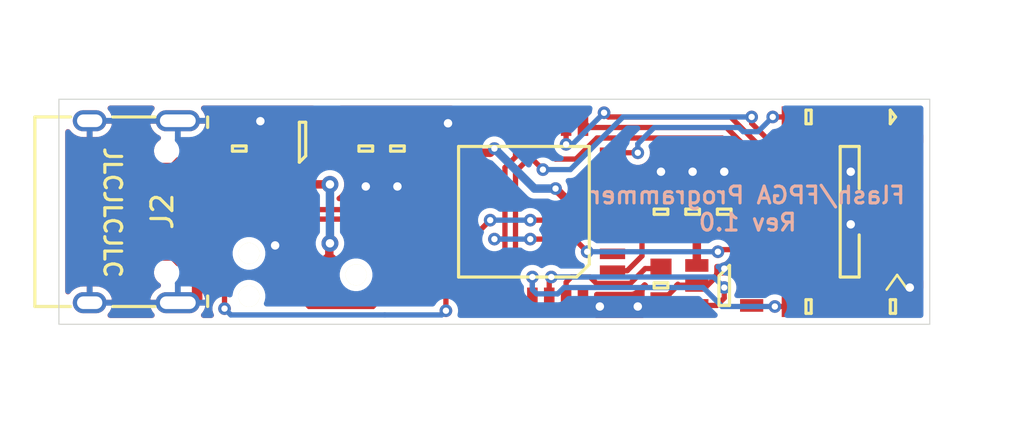
<source format=kicad_pcb>
(kicad_pcb (version 20171130) (host pcbnew "(5.1.2)-2")

  (general
    (thickness 1.6)
    (drawings 10)
    (tracks 272)
    (zones 0)
    (modules 17)
    (nets 38)
  )

  (page A4)
  (title_block
    (title "FFP FPGA/Flash Programmer")
    (date 2019-04-30)
    (rev 1)
    (comment 2 "Copyright 2019 Adam Greig")
    (comment 3 "Licensed under Creative Commons Attribution 4.0")
  )

  (layers
    (0 F.Cu signal)
    (31 B.Cu signal)
    (32 B.Adhes user)
    (33 F.Adhes user)
    (34 B.Paste user)
    (35 F.Paste user)
    (36 B.SilkS user)
    (37 F.SilkS user)
    (38 B.Mask user)
    (39 F.Mask user)
    (40 Dwgs.User user)
    (41 Cmts.User user)
    (42 Eco1.User user)
    (43 Eco2.User user)
    (44 Edge.Cuts user)
    (45 Margin user)
    (46 B.CrtYd user)
    (47 F.CrtYd user)
    (48 B.Fab user)
    (49 F.Fab user)
  )

  (setup
    (last_trace_width 0.2)
    (user_trace_width 0.2)
    (user_trace_width 0.25)
    (user_trace_width 0.4)
    (user_trace_width 0.6)
    (trace_clearance 0.2)
    (zone_clearance 0.275)
    (zone_45_only no)
    (trace_min 0.2)
    (via_size 0.6)
    (via_drill 0.3)
    (via_min_size 0.4)
    (via_min_drill 0.3)
    (user_via 0.6 0.3)
    (user_via 0.8 0.4)
    (uvia_size 0.3)
    (uvia_drill 0.1)
    (uvias_allowed no)
    (uvia_min_size 0.2)
    (uvia_min_drill 0.1)
    (edge_width 0.05)
    (segment_width 0.2)
    (pcb_text_width 0.3)
    (pcb_text_size 1.5 1.5)
    (mod_edge_width 0.12)
    (mod_text_size 1 1)
    (mod_text_width 0.15)
    (pad_size 1.524 1.524)
    (pad_drill 0.762)
    (pad_to_mask_clearance 0.02)
    (aux_axis_origin 0 0)
    (visible_elements 7FFFFFFF)
    (pcbplotparams
      (layerselection 0x010fc_ffffffff)
      (usegerberextensions true)
      (usegerberattributes false)
      (usegerberadvancedattributes false)
      (creategerberjobfile false)
      (excludeedgelayer true)
      (linewidth 0.100000)
      (plotframeref false)
      (viasonmask false)
      (mode 1)
      (useauxorigin false)
      (hpglpennumber 1)
      (hpglpenspeed 20)
      (hpglpendiameter 15.000000)
      (psnegative false)
      (psa4output false)
      (plotreference false)
      (plotvalue false)
      (plotinvisibletext false)
      (padsonsilk false)
      (subtractmaskfromsilk true)
      (outputformat 1)
      (mirror false)
      (drillshape 0)
      (scaleselection 1)
      (outputdirectory "gerbers/"))
  )

  (net 0 "")
  (net 1 GND)
  (net 2 3v3)
  (net 3 5v)
  (net 4 /TGT_3v3)
  (net 5 "Net-(IC1-Pad31)")
  (net 6 "Net-(IC1-Pad29)")
  (net 7 /FLASH_SO)
  (net 8 /FLASH_SI)
  (net 9 "Net-(IC1-Pad26)")
  (net 10 "Net-(IC1-Pad25)")
  (net 11 "Net-(IC1-Pad24)")
  (net 12 "Net-(IC1-Pad23)")
  (net 13 /USB_DP)
  (net 14 /USB_DM)
  (net 15 "Net-(IC1-Pad20)")
  (net 16 "Net-(IC1-Pad19)")
  (net 17 "Net-(IC1-Pad18)")
  (net 18 /TPWR_EN)
  (net 19 "Net-(IC1-Pad14)")
  (net 20 /SCK)
  (net 21 /FPGA_~RST)
  (net 22 /FLASH_~CS)
  (net 23 "Net-(IC1-Pad8)")
  (net 24 "Net-(IC1-Pad7)")
  (net 25 "Net-(IC1-Pad6)")
  (net 26 /~RST)
  (net 27 "Net-(IC1-Pad3)")
  (net 28 "Net-(IC1-Pad2)")
  (net 29 "Net-(IC3-Pad4)")
  (net 30 "Net-(J2-PadB8)")
  (net 31 "Net-(J2-PadB5)")
  (net 32 "Net-(J2-PadA8)")
  (net 33 "Net-(J2-PadA5)")
  (net 34 "Net-(J3-Pad7)")
  (net 35 "Net-(P1-Pad6)")
  (net 36 "Net-(IC1-Pad15)")
  (net 37 "Net-(D1-Pad2)")

  (net_class Default "This is the default net class."
    (clearance 0.2)
    (trace_width 0.2)
    (via_dia 0.6)
    (via_drill 0.3)
    (uvia_dia 0.3)
    (uvia_drill 0.1)
    (add_net /FLASH_SI)
    (add_net /FLASH_SO)
    (add_net /FLASH_~CS)
    (add_net /FPGA_~RST)
    (add_net /SCK)
    (add_net /TGT_3v3)
    (add_net /TPWR_EN)
    (add_net /USB_DM)
    (add_net /USB_DP)
    (add_net /~RST)
    (add_net 3v3)
    (add_net 5v)
    (add_net GND)
    (add_net "Net-(D1-Pad2)")
    (add_net "Net-(IC1-Pad14)")
    (add_net "Net-(IC1-Pad15)")
    (add_net "Net-(IC1-Pad18)")
    (add_net "Net-(IC1-Pad19)")
    (add_net "Net-(IC1-Pad2)")
    (add_net "Net-(IC1-Pad20)")
    (add_net "Net-(IC1-Pad23)")
    (add_net "Net-(IC1-Pad24)")
    (add_net "Net-(IC1-Pad25)")
    (add_net "Net-(IC1-Pad26)")
    (add_net "Net-(IC1-Pad29)")
    (add_net "Net-(IC1-Pad3)")
    (add_net "Net-(IC1-Pad31)")
    (add_net "Net-(IC1-Pad6)")
    (add_net "Net-(IC1-Pad7)")
    (add_net "Net-(IC1-Pad8)")
    (add_net "Net-(IC3-Pad4)")
    (add_net "Net-(J2-PadA5)")
    (add_net "Net-(J2-PadA8)")
    (add_net "Net-(J2-PadB5)")
    (add_net "Net-(J2-PadB8)")
    (add_net "Net-(J3-Pad7)")
    (add_net "Net-(P1-Pad6)")
  )

  (module footprints:USB-C_16Pin (layer F.Cu) (tedit 5C7932A0) (tstamp 5CC787DC)
    (at 119 120 270)
    (path /5E7DD5A7)
    (fp_text reference J2 (at -0.0104 1.652 90) (layer F.SilkS)
      (effects (font (size 1 1) (thickness 0.15)))
    )
    (fp_text value USB_C_Receptacle_USB2.0 (at 0 8.5 90) (layer F.Fab)
      (effects (font (size 1 1) (thickness 0.15)))
    )
    (fp_line (start 4 -0.5) (end 4.5 -0.5) (layer F.SilkS) (width 0.15))
    (fp_line (start -4.5 -0.5) (end -4 -0.5) (layer F.SilkS) (width 0.15))
    (fp_line (start -4.5 2) (end -4.5 4) (layer F.SilkS) (width 0.15))
    (fp_line (start 4.5 4) (end 4.5 2) (layer F.SilkS) (width 0.15))
    (fp_line (start 4.5 6) (end 4.5 7.695) (layer F.SilkS) (width 0.15))
    (fp_line (start -4.5 7.695) (end -4.5 6) (layer F.SilkS) (width 0.15))
    (fp_line (start 4.5 7.695) (end -4.5 7.695) (layer F.SilkS) (width 0.15))
    (pad S1 thru_hole oval (at -4.32 0.915 270) (size 1 2.1) (drill oval 0.6 1.7) (layers *.Cu *.Mask)
      (net 1 GND))
    (pad S1 thru_hole oval (at 4.32 0.915 270) (size 1 2.1) (drill oval 0.6 1.7) (layers *.Cu *.Mask)
      (net 1 GND))
    (pad S1 thru_hole oval (at -4.32 5.095 270) (size 1 1.6) (drill oval 0.6 1.2) (layers *.Cu *.Mask)
      (net 1 GND))
    (pad S1 thru_hole oval (at 4.32 5.095 270) (size 1 1.6) (drill oval 0.6 1.2) (layers *.Cu *.Mask)
      (net 1 GND))
    (pad "" np_thru_hole circle (at 2.89 1.445 270) (size 0.65 0.65) (drill 0.65) (layers *.Cu *.Mask))
    (pad "" np_thru_hole circle (at -2.89 1.445 270) (size 0.65 0.65) (drill 0.65) (layers *.Cu *.Mask))
    (pad B1 smd rect (at 3.2 0 270) (size 0.6 1.45) (layers F.Cu F.Paste F.Mask)
      (net 1 GND))
    (pad B4 smd rect (at 2.4 0 270) (size 0.6 1.45) (layers F.Cu F.Paste F.Mask)
      (net 3 5v))
    (pad B5 smd rect (at 1.75 0 270) (size 0.3 1.45) (layers F.Cu F.Paste F.Mask)
      (net 31 "Net-(J2-PadB5)"))
    (pad A8 smd rect (at 1.25 0 270) (size 0.3 1.45) (layers F.Cu F.Paste F.Mask)
      (net 32 "Net-(J2-PadA8)"))
    (pad B6 smd rect (at 0.75 0 270) (size 0.3 1.45) (layers F.Cu F.Paste F.Mask)
      (net 13 /USB_DP))
    (pad A7 smd rect (at 0.25 0 270) (size 0.3 1.45) (layers F.Cu F.Paste F.Mask)
      (net 14 /USB_DM))
    (pad A6 smd rect (at -0.25 0 270) (size 0.3 1.45) (layers F.Cu F.Paste F.Mask)
      (net 13 /USB_DP))
    (pad B7 smd rect (at -0.75 0 270) (size 0.3 1.45) (layers F.Cu F.Paste F.Mask)
      (net 14 /USB_DM))
    (pad A5 smd rect (at -1.25 0 270) (size 0.3 1.45) (layers F.Cu F.Paste F.Mask)
      (net 33 "Net-(J2-PadA5)"))
    (pad B8 smd rect (at -1.75 0 270) (size 0.3 1.45) (layers F.Cu F.Paste F.Mask)
      (net 30 "Net-(J2-PadB8)"))
    (pad A4 smd rect (at -2.4 0 270) (size 0.6 1.45) (layers F.Cu F.Paste F.Mask)
      (net 3 5v))
    (pad A1 smd rect (at -3.2 0 270) (size 0.6 1.45) (layers F.Cu F.Paste F.Mask)
      (net 1 GND))
  )

  (module agg:0603 (layer F.Cu) (tedit 57654490) (tstamp 5CC7FE5C)
    (at 148 115.5 180)
    (path /5CDDBDB5)
    (fp_text reference R3 (at -2.225 0 90) (layer F.Fab)
      (effects (font (size 1 1) (thickness 0.15)))
    )
    (fp_text value 10k (at 2.225 0 90) (layer F.Fab)
      (effects (font (size 1 1) (thickness 0.15)))
    )
    (fp_line (start -1.55 0.75) (end -1.55 -0.75) (layer F.CrtYd) (width 0.01))
    (fp_line (start 1.55 0.75) (end -1.55 0.75) (layer F.CrtYd) (width 0.01))
    (fp_line (start 1.55 -0.75) (end 1.55 0.75) (layer F.CrtYd) (width 0.01))
    (fp_line (start -1.55 -0.75) (end 1.55 -0.75) (layer F.CrtYd) (width 0.01))
    (fp_line (start -0.125 0.325) (end -0.125 -0.325) (layer F.SilkS) (width 0.15))
    (fp_line (start 0.125 0.325) (end -0.125 0.325) (layer F.SilkS) (width 0.15))
    (fp_line (start 0.125 -0.325) (end 0.125 0.325) (layer F.SilkS) (width 0.15))
    (fp_line (start -0.125 -0.325) (end 0.125 -0.325) (layer F.SilkS) (width 0.15))
    (fp_line (start 0.45 -0.4) (end 0.45 0.4) (layer F.Fab) (width 0.01))
    (fp_line (start -0.45 -0.4) (end -0.45 0.4) (layer F.Fab) (width 0.01))
    (fp_line (start -0.8 0.4) (end -0.8 -0.4) (layer F.Fab) (width 0.01))
    (fp_line (start 0.8 0.4) (end -0.8 0.4) (layer F.Fab) (width 0.01))
    (fp_line (start 0.8 -0.4) (end 0.8 0.4) (layer F.Fab) (width 0.01))
    (fp_line (start -0.8 -0.4) (end 0.8 -0.4) (layer F.Fab) (width 0.01))
    (pad 2 smd rect (at 0.8 0 180) (size 0.95 1) (layers F.Cu F.Paste F.Mask)
      (net 23 "Net-(IC1-Pad8)"))
    (pad 1 smd rect (at -0.8 0 180) (size 0.95 1) (layers F.Cu F.Paste F.Mask)
      (net 37 "Net-(D1-Pad2)"))
    (model ${KISYS3DMOD}/Resistors_SMD.3dshapes/R_0603.wrl
      (at (xyz 0 0 0))
      (scale (xyz 1 1 1))
      (rotate (xyz 0 0 0))
    )
  )

  (module agg:0603-LED (layer F.Cu) (tedit 5765467B) (tstamp 5CC7FBA2)
    (at 152 115.5 180)
    (path /5CDD9CF8)
    (fp_text reference D1 (at -2.225 0 90) (layer F.Fab)
      (effects (font (size 1 1) (thickness 0.15)))
    )
    (fp_text value LED (at 2.225 0 90) (layer F.Fab)
      (effects (font (size 1 1) (thickness 0.15)))
    )
    (fp_line (start -1.55 0.75) (end -1.55 -0.75) (layer F.CrtYd) (width 0.01))
    (fp_line (start 1.55 0.75) (end -1.55 0.75) (layer F.CrtYd) (width 0.01))
    (fp_line (start 1.55 -0.75) (end 1.55 0.75) (layer F.CrtYd) (width 0.01))
    (fp_line (start -1.55 -0.75) (end 1.55 -0.75) (layer F.CrtYd) (width 0.01))
    (fp_line (start 0.125 -0.325) (end 0.125 0.325) (layer F.SilkS) (width 0.15))
    (fp_line (start -0.125 0) (end 0.125 0.325) (layer F.SilkS) (width 0.15))
    (fp_line (start -0.125 0) (end 0.125 -0.325) (layer F.SilkS) (width 0.15))
    (fp_line (start 0.55 -0.4) (end 0.55 0.4) (layer F.Fab) (width 0.01))
    (fp_line (start -0.55 -0.4) (end -0.55 0.4) (layer F.Fab) (width 0.01))
    (fp_line (start -0.4 -0.4) (end -0.4 0.4) (layer F.Fab) (width 0.01))
    (fp_line (start -0.8 0.4) (end -0.8 -0.4) (layer F.Fab) (width 0.01))
    (fp_line (start 0.8 0.4) (end -0.8 0.4) (layer F.Fab) (width 0.01))
    (fp_line (start 0.8 -0.4) (end 0.8 0.4) (layer F.Fab) (width 0.01))
    (fp_line (start -0.8 -0.4) (end 0.8 -0.4) (layer F.Fab) (width 0.01))
    (pad 2 smd rect (at 0.8 0 180) (size 0.95 1) (layers F.Cu F.Paste F.Mask)
      (net 37 "Net-(D1-Pad2)"))
    (pad 1 smd rect (at -0.8 0 180) (size 0.95 1) (layers F.Cu F.Paste F.Mask)
      (net 1 GND))
    (model ${KISYS3DMOD}/LEDs.3dshapes/LED_0603.wrl
      (at (xyz 0 0 0))
      (scale (xyz 1 1 1))
      (rotate (xyz 0 0 180))
    )
  )

  (module agg:0603 (layer F.Cu) (tedit 57654490) (tstamp 5CC78839)
    (at 148 124.5 180)
    (path /5CD83BD5)
    (fp_text reference R2 (at -2.225 0 90) (layer F.Fab)
      (effects (font (size 1 1) (thickness 0.15)))
    )
    (fp_text value 10k (at 2.225 0 90) (layer F.Fab)
      (effects (font (size 1 1) (thickness 0.15)))
    )
    (fp_line (start -1.55 0.75) (end -1.55 -0.75) (layer F.CrtYd) (width 0.01))
    (fp_line (start 1.55 0.75) (end -1.55 0.75) (layer F.CrtYd) (width 0.01))
    (fp_line (start 1.55 -0.75) (end 1.55 0.75) (layer F.CrtYd) (width 0.01))
    (fp_line (start -1.55 -0.75) (end 1.55 -0.75) (layer F.CrtYd) (width 0.01))
    (fp_line (start -0.125 0.325) (end -0.125 -0.325) (layer F.SilkS) (width 0.15))
    (fp_line (start 0.125 0.325) (end -0.125 0.325) (layer F.SilkS) (width 0.15))
    (fp_line (start 0.125 -0.325) (end 0.125 0.325) (layer F.SilkS) (width 0.15))
    (fp_line (start -0.125 -0.325) (end 0.125 -0.325) (layer F.SilkS) (width 0.15))
    (fp_line (start 0.45 -0.4) (end 0.45 0.4) (layer F.Fab) (width 0.01))
    (fp_line (start -0.45 -0.4) (end -0.45 0.4) (layer F.Fab) (width 0.01))
    (fp_line (start -0.8 0.4) (end -0.8 -0.4) (layer F.Fab) (width 0.01))
    (fp_line (start 0.8 0.4) (end -0.8 0.4) (layer F.Fab) (width 0.01))
    (fp_line (start 0.8 -0.4) (end 0.8 0.4) (layer F.Fab) (width 0.01))
    (fp_line (start -0.8 -0.4) (end 0.8 -0.4) (layer F.Fab) (width 0.01))
    (pad 2 smd rect (at 0.8 0 180) (size 0.95 1) (layers F.Cu F.Paste F.Mask)
      (net 6 "Net-(IC1-Pad29)"))
    (pad 1 smd rect (at -0.8 0 180) (size 0.95 1) (layers F.Cu F.Paste F.Mask)
      (net 4 /TGT_3v3))
    (model ${KISYS3DMOD}/Resistors_SMD.3dshapes/R_0603.wrl
      (at (xyz 0 0 0))
      (scale (xyz 1 1 1))
      (rotate (xyz 0 0 0))
    )
  )

  (module agg:0603 (layer F.Cu) (tedit 57654490) (tstamp 5CC78825)
    (at 141 123.5 270)
    (path /5CC8FE22)
    (fp_text reference R1 (at -2.225 0) (layer F.Fab)
      (effects (font (size 1 1) (thickness 0.15)))
    )
    (fp_text value 10k (at 2.225 0) (layer F.Fab)
      (effects (font (size 1 1) (thickness 0.15)))
    )
    (fp_line (start -1.55 0.75) (end -1.55 -0.75) (layer F.CrtYd) (width 0.01))
    (fp_line (start 1.55 0.75) (end -1.55 0.75) (layer F.CrtYd) (width 0.01))
    (fp_line (start 1.55 -0.75) (end 1.55 0.75) (layer F.CrtYd) (width 0.01))
    (fp_line (start -1.55 -0.75) (end 1.55 -0.75) (layer F.CrtYd) (width 0.01))
    (fp_line (start -0.125 0.325) (end -0.125 -0.325) (layer F.SilkS) (width 0.15))
    (fp_line (start 0.125 0.325) (end -0.125 0.325) (layer F.SilkS) (width 0.15))
    (fp_line (start 0.125 -0.325) (end 0.125 0.325) (layer F.SilkS) (width 0.15))
    (fp_line (start -0.125 -0.325) (end 0.125 -0.325) (layer F.SilkS) (width 0.15))
    (fp_line (start 0.45 -0.4) (end 0.45 0.4) (layer F.Fab) (width 0.01))
    (fp_line (start -0.45 -0.4) (end -0.45 0.4) (layer F.Fab) (width 0.01))
    (fp_line (start -0.8 0.4) (end -0.8 -0.4) (layer F.Fab) (width 0.01))
    (fp_line (start 0.8 0.4) (end -0.8 0.4) (layer F.Fab) (width 0.01))
    (fp_line (start 0.8 -0.4) (end 0.8 0.4) (layer F.Fab) (width 0.01))
    (fp_line (start -0.8 -0.4) (end 0.8 -0.4) (layer F.Fab) (width 0.01))
    (pad 2 smd rect (at 0.8 0 270) (size 0.95 1) (layers F.Cu F.Paste F.Mask)
      (net 1 GND))
    (pad 1 smd rect (at -0.8 0 270) (size 0.95 1) (layers F.Cu F.Paste F.Mask)
      (net 5 "Net-(IC1-Pad31)"))
    (model ${KISYS3DMOD}/Resistors_SMD.3dshapes/R_0603.wrl
      (at (xyz 0 0 0))
      (scale (xyz 1 1 1))
      (rotate (xyz 0 0 0))
    )
  )

  (module agg:TC2030-NL (layer F.Cu) (tedit 56848096) (tstamp 5CC78811)
    (at 124 123 180)
    (path /5CC8444D)
    (fp_text reference P1 (at 0 -2.6) (layer F.Fab)
      (effects (font (size 1 1) (thickness 0.15)))
    )
    (fp_text value SWD_TC (at 0 2.75) (layer F.Fab)
      (effects (font (size 1 1) (thickness 0.15)))
    )
    (fp_line (start 3.5 -2) (end 3.5 2) (layer F.CrtYd) (width 0.01))
    (fp_line (start 3.5 2) (end -3.5 2) (layer F.CrtYd) (width 0.01))
    (fp_line (start -3.5 2) (end -3.5 -2) (layer F.CrtYd) (width 0.01))
    (fp_line (start -3.5 -2) (end 3.5 -2) (layer F.CrtYd) (width 0.01))
    (pad "" np_thru_hole circle (at 2.54 -1.011 180) (size 1 1) (drill 1) (layers *.Cu *.Mask F.SilkS))
    (pad "" np_thru_hole circle (at 2.54 1.021 180) (size 1 1) (drill 1) (layers *.Cu *.Mask F.SilkS))
    (pad "" np_thru_hole circle (at -2.54 0.005 180) (size 1 1) (drill 1) (layers *.Cu *.Mask F.SilkS))
    (pad 6 smd circle (at 1.27 -0.63 180) (size 0.787 0.787) (layers F.Cu F.Mask)
      (net 35 "Net-(P1-Pad6)"))
    (pad 5 smd circle (at 1.27 0.64 180) (size 0.787 0.787) (layers F.Cu F.Mask)
      (net 1 GND))
    (pad 4 smd circle (at 0 -0.63 180) (size 0.787 0.787) (layers F.Cu F.Mask)
      (net 11 "Net-(IC1-Pad24)"))
    (pad 3 smd circle (at 0 0.64 180) (size 0.787 0.787) (layers F.Cu F.Mask)
      (net 26 /~RST))
    (pad 2 smd circle (at -1.27 -0.63 180) (size 0.787 0.787) (layers F.Cu F.Mask)
      (net 12 "Net-(IC1-Pad23)"))
    (pad 1 smd circle (at -1.27 0.64 180) (size 0.787 0.787) (layers F.Cu F.Mask)
      (net 2 3v3))
  )

  (module agg:FTSH-105-01-L-DV-K (layer F.Cu) (tedit 56889B32) (tstamp 5CC78800)
    (at 150 120 90)
    (path /5CC7A220)
    (fp_text reference J3 (at 0 -4.3 90) (layer F.Fab)
      (effects (font (size 1 1) (thickness 0.15)))
    )
    (fp_text value PROG (at 0 4.4 90) (layer F.Fab)
      (effects (font (size 1 1) (thickness 0.15)))
    )
    (fp_line (start 3.2 1.7) (end 3.2 -1.7) (layer F.Fab) (width 0.01))
    (fp_line (start 3.2 -1.7) (end -3.2 -1.7) (layer F.Fab) (width 0.01))
    (fp_line (start -3.2 -1.7) (end -3.2 1.7) (layer F.Fab) (width 0.01))
    (fp_line (start -3.2 1.7) (end 3.2 1.7) (layer F.Fab) (width 0.01))
    (fp_line (start 2.54 -1.7) (end 2.54 -2.84) (layer F.Fab) (width 0.01))
    (fp_line (start 2.54 -2.84) (end -2.54 -2.84) (layer F.Fab) (width 0.01))
    (fp_line (start -2.54 -2.84) (end -2.54 -1.7) (layer F.Fab) (width 0.01))
    (fp_line (start 2.54 1.7) (end 2.54 2.84) (layer F.Fab) (width 0.01))
    (fp_line (start 2.54 2.84) (end 1.08 2.84) (layer F.Fab) (width 0.01))
    (fp_line (start 1.08 2.84) (end 1.08 1.7) (layer F.Fab) (width 0.01))
    (fp_line (start -2.54 1.7) (end -2.54 2.84) (layer F.Fab) (width 0.01))
    (fp_line (start -2.54 2.84) (end -1.08 2.84) (layer F.Fab) (width 0.01))
    (fp_line (start -1.08 2.84) (end -1.08 1.7) (layer F.Fab) (width 0.01))
    (fp_line (start -5.3 -3.7) (end 5.3 -3.7) (layer F.CrtYd) (width 0.01))
    (fp_line (start 5.3 -3.7) (end 5.3 3.7) (layer F.CrtYd) (width 0.01))
    (fp_line (start 5.3 3.7) (end -5.3 3.7) (layer F.CrtYd) (width 0.01))
    (fp_line (start -5.3 3.7) (end -5.3 -3.7) (layer F.CrtYd) (width 0.01))
    (fp_line (start -3.1 -0.5) (end 3.1 -0.5) (layer F.SilkS) (width 0.15))
    (fp_line (start -3.1 0.4) (end -1.1 0.4) (layer F.SilkS) (width 0.15))
    (fp_line (start 3.1 0.4) (end 1.1 0.4) (layer F.SilkS) (width 0.15))
    (fp_line (start 3.1 -0.5) (end 3.1 0.4) (layer F.SilkS) (width 0.15))
    (fp_line (start -3.1 -0.5) (end -3.1 0.4) (layer F.SilkS) (width 0.15))
    (pad 10 smd rect (at 2.54 -2.035 90) (size 0.74 2.79) (layers F.Cu F.Paste F.Mask)
      (net 7 /FLASH_SO))
    (pad 9 smd rect (at 2.54 2.035 90) (size 0.74 2.79) (layers F.Cu F.Paste F.Mask)
      (net 1 GND))
    (pad 8 smd rect (at 1.27 -2.035 90) (size 0.74 2.79) (layers F.Cu F.Paste F.Mask)
      (net 21 /FPGA_~RST))
    (pad 7 smd rect (at 1.27 2.035 90) (size 0.74 2.79) (layers F.Cu F.Paste F.Mask)
      (net 34 "Net-(J3-Pad7)"))
    (pad 6 smd rect (at 0 -2.035 90) (size 0.74 2.79) (layers F.Cu F.Paste F.Mask)
      (net 22 /FLASH_~CS))
    (pad 5 smd rect (at 0 2.035 90) (size 0.74 2.79) (layers F.Cu F.Paste F.Mask)
      (net 1 GND))
    (pad 4 smd rect (at -1.27 -2.035 90) (size 0.74 2.79) (layers F.Cu F.Paste F.Mask)
      (net 20 /SCK))
    (pad 3 smd rect (at -1.27 2.035 90) (size 0.74 2.79) (layers F.Cu F.Paste F.Mask)
      (net 1 GND))
    (pad 2 smd rect (at -2.54 -2.035 90) (size 0.74 2.79) (layers F.Cu F.Paste F.Mask)
      (net 8 /FLASH_SI))
    (pad 1 smd rect (at -2.54 2.035 90) (size 0.74 2.79) (layers F.Cu F.Paste F.Mask)
      (net 4 /TGT_3v3))
  )

  (module agg:SOT-23-5 (layer F.Cu) (tedit 57656747) (tstamp 5CC787A0)
    (at 144 123.5)
    (path /5CD0E2B8)
    (fp_text reference IC3 (at 0 -2.45) (layer F.Fab)
      (effects (font (size 1 1) (thickness 0.15)))
    )
    (fp_text value MIC2004-0_5YM5 (at 0 2.45) (layer F.Fab)
      (effects (font (size 1 1) (thickness 0.15)))
    )
    (fp_line (start -2.1 1.75) (end -2.1 -1.75) (layer F.CrtYd) (width 0.01))
    (fp_line (start 2.1 1.75) (end -2.1 1.75) (layer F.CrtYd) (width 0.01))
    (fp_line (start 2.1 -1.75) (end 2.1 1.75) (layer F.CrtYd) (width 0.01))
    (fp_line (start -2.1 -1.75) (end 2.1 -1.75) (layer F.CrtYd) (width 0.01))
    (fp_line (start -0.25 -0.45) (end 0.25 -0.95) (layer F.SilkS) (width 0.15))
    (fp_line (start -0.25 0.95) (end -0.25 -0.45) (layer F.SilkS) (width 0.15))
    (fp_line (start 0.25 0.95) (end -0.25 0.95) (layer F.SilkS) (width 0.15))
    (fp_line (start 0.25 -0.95) (end 0.25 0.95) (layer F.SilkS) (width 0.15))
    (fp_line (start 0.25 -0.95) (end 0.25 -0.95) (layer F.SilkS) (width 0.15))
    (fp_line (start 1.6 -0.7) (end 0.85 -0.7) (layer F.Fab) (width 0.01))
    (fp_line (start 1.6 -1.2) (end 1.6 -0.7) (layer F.Fab) (width 0.01))
    (fp_line (start 0.85 -1.2) (end 1.6 -1.2) (layer F.Fab) (width 0.01))
    (fp_line (start 1.6 1.2) (end 0.85 1.2) (layer F.Fab) (width 0.01))
    (fp_line (start 1.6 0.7) (end 1.6 1.2) (layer F.Fab) (width 0.01))
    (fp_line (start 0.85 0.7) (end 1.6 0.7) (layer F.Fab) (width 0.01))
    (fp_line (start -1.6 1.2) (end -1.6 0.7) (layer F.Fab) (width 0.01))
    (fp_line (start -0.85 1.2) (end -1.6 1.2) (layer F.Fab) (width 0.01))
    (fp_line (start -1.6 0.7) (end -0.85 0.7) (layer F.Fab) (width 0.01))
    (fp_line (start -1.6 0.25) (end -1.6 -0.25) (layer F.Fab) (width 0.01))
    (fp_line (start -0.85 0.25) (end -1.6 0.25) (layer F.Fab) (width 0.01))
    (fp_line (start -1.6 -0.25) (end -0.85 -0.25) (layer F.Fab) (width 0.01))
    (fp_line (start -1.6 -0.7) (end -1.6 -1.2) (layer F.Fab) (width 0.01))
    (fp_line (start -0.85 -0.7) (end -1.6 -0.7) (layer F.Fab) (width 0.01))
    (fp_line (start -1.6 -1.2) (end -0.85 -1.2) (layer F.Fab) (width 0.01))
    (fp_circle (center -0.05 -0.7) (end -0.05 -0.3) (layer F.Fab) (width 0.01))
    (fp_line (start -0.85 1.5) (end -0.85 -1.5) (layer F.Fab) (width 0.01))
    (fp_line (start 0.85 1.5) (end -0.85 1.5) (layer F.Fab) (width 0.01))
    (fp_line (start 0.85 -1.5) (end 0.85 1.5) (layer F.Fab) (width 0.01))
    (fp_line (start -0.85 -1.5) (end 0.85 -1.5) (layer F.Fab) (width 0.01))
    (pad 5 smd rect (at 1.3 -0.95) (size 1.1 0.6) (layers F.Cu F.Paste F.Mask)
      (net 4 /TGT_3v3))
    (pad 4 smd rect (at 1.3 0.95) (size 1.1 0.6) (layers F.Cu F.Paste F.Mask)
      (net 29 "Net-(IC3-Pad4)"))
    (pad 3 smd rect (at -1.3 0.95) (size 1.1 0.6) (layers F.Cu F.Paste F.Mask)
      (net 18 /TPWR_EN))
    (pad 2 smd rect (at -1.3 0) (size 1.1 0.6) (layers F.Cu F.Paste F.Mask)
      (net 1 GND))
    (pad 1 smd rect (at -1.3 -0.95) (size 1.1 0.6) (layers F.Cu F.Paste F.Mask)
      (net 2 3v3))
    (model ${KISYS3DMOD}/TO_SOT_Packages_SMD.3dshapes/SOT-23-5.wrl
      (at (xyz 0 0 0))
      (scale (xyz 1 1 1))
      (rotate (xyz 0 0 0))
    )
  )

  (module agg:SOT-23 (layer F.Cu) (tedit 5765688A) (tstamp 5CC7877A)
    (at 124 116.7 180)
    (path /5CCEF97B)
    (fp_text reference IC2 (at 0 -2.45) (layer F.Fab)
      (effects (font (size 1 1) (thickness 0.15)))
    )
    (fp_text value MCP1700 (at 0 2.45) (layer F.Fab)
      (effects (font (size 1 1) (thickness 0.15)))
    )
    (fp_line (start -1.9 1.75) (end -1.9 -1.75) (layer F.CrtYd) (width 0.01))
    (fp_line (start 1.9 1.75) (end -1.9 1.75) (layer F.CrtYd) (width 0.01))
    (fp_line (start 1.9 -1.75) (end 1.9 1.75) (layer F.CrtYd) (width 0.01))
    (fp_line (start -1.9 -1.75) (end 1.9 -1.75) (layer F.CrtYd) (width 0.01))
    (fp_line (start -0.15 -0.65) (end 0.15 -0.95) (layer F.SilkS) (width 0.15))
    (fp_line (start -0.15 0.95) (end -0.15 -0.65) (layer F.SilkS) (width 0.15))
    (fp_line (start 0.15 0.95) (end -0.15 0.95) (layer F.SilkS) (width 0.15))
    (fp_line (start 0.15 -0.95) (end 0.15 0.95) (layer F.SilkS) (width 0.15))
    (fp_line (start 0.15 -0.95) (end 0.15 -0.95) (layer F.SilkS) (width 0.15))
    (fp_line (start 1.25 0.24) (end 0.7 0.24) (layer F.Fab) (width 0.01))
    (fp_line (start 1.25 -0.24) (end 1.25 0.24) (layer F.Fab) (width 0.01))
    (fp_line (start 0.7 -0.24) (end 1.25 -0.24) (layer F.Fab) (width 0.01))
    (fp_line (start -1.25 1.19) (end -1.25 0.71) (layer F.Fab) (width 0.01))
    (fp_line (start -0.7 1.19) (end -1.25 1.19) (layer F.Fab) (width 0.01))
    (fp_line (start -1.25 0.71) (end -0.7 0.71) (layer F.Fab) (width 0.01))
    (fp_line (start -1.25 -0.71) (end -1.25 -1.19) (layer F.Fab) (width 0.01))
    (fp_line (start -0.7 -0.71) (end -1.25 -0.71) (layer F.Fab) (width 0.01))
    (fp_line (start -1.25 -1.19) (end -0.7 -1.19) (layer F.Fab) (width 0.01))
    (fp_circle (center 0.1 -0.7) (end 0.1 -0.3) (layer F.Fab) (width 0.01))
    (fp_line (start -0.7 1.5) (end -0.7 -1.5) (layer F.Fab) (width 0.01))
    (fp_line (start 0.7 1.5) (end -0.7 1.5) (layer F.Fab) (width 0.01))
    (fp_line (start 0.7 -1.5) (end 0.7 1.5) (layer F.Fab) (width 0.01))
    (fp_line (start -0.7 -1.5) (end 0.7 -1.5) (layer F.Fab) (width 0.01))
    (pad 3 smd rect (at 1.15 0 180) (size 1 0.6) (layers F.Cu F.Paste F.Mask)
      (net 3 5v))
    (pad 2 smd rect (at -1.15 0.95 180) (size 1 0.6) (layers F.Cu F.Paste F.Mask)
      (net 2 3v3))
    (pad 1 smd rect (at -1.15 -0.95 180) (size 1 0.6) (layers F.Cu F.Paste F.Mask)
      (net 1 GND))
    (model ${KISYS3DMOD}/TO_SOT_Packages_SMD.3dshapes/SOT-23.wrl
      (at (xyz 0 0 0))
      (scale (xyz 1 1 1))
      (rotate (xyz 0 0 90))
    )
  )

  (module agg:LQFP-32 (layer F.Cu) (tedit 59997E51) (tstamp 5CC7875C)
    (at 134.5 120 180)
    (path /5CC77413)
    (fp_text reference IC1 (at 0 -5.75) (layer F.Fab)
      (effects (font (size 1 1) (thickness 0.15)))
    )
    (fp_text value STM32F042K6T7 (at 0 5.75) (layer F.Fab)
      (effects (font (size 1 1) (thickness 0.15)))
    )
    (fp_line (start -5.05 5.05) (end -5.05 -5.05) (layer F.CrtYd) (width 0.01))
    (fp_line (start 5.05 5.05) (end -5.05 5.05) (layer F.CrtYd) (width 0.01))
    (fp_line (start 5.05 -5.05) (end 5.05 5.05) (layer F.CrtYd) (width 0.01))
    (fp_line (start -5.05 -5.05) (end 5.05 -5.05) (layer F.CrtYd) (width 0.01))
    (fp_line (start -3.1 -2.5) (end -2.5 -3.1) (layer F.SilkS) (width 0.15))
    (fp_line (start -3.1 3.1) (end -3.1 -2.5) (layer F.SilkS) (width 0.15))
    (fp_line (start 3.1 3.1) (end -3.1 3.1) (layer F.SilkS) (width 0.15))
    (fp_line (start 3.1 -3.1) (end 3.1 3.1) (layer F.SilkS) (width 0.15))
    (fp_line (start -2.5 -3.1) (end 3.1 -3.1) (layer F.SilkS) (width 0.15))
    (fp_line (start 2.6 4.6) (end 2.6 3.6) (layer F.Fab) (width 0.01))
    (fp_line (start 3 4.6) (end 2.6 4.6) (layer F.Fab) (width 0.01))
    (fp_line (start 3 3.6) (end 3 4.6) (layer F.Fab) (width 0.01))
    (fp_line (start 1.8 4.6) (end 1.8 3.6) (layer F.Fab) (width 0.01))
    (fp_line (start 2.2 4.6) (end 1.8 4.6) (layer F.Fab) (width 0.01))
    (fp_line (start 2.2 3.6) (end 2.2 4.6) (layer F.Fab) (width 0.01))
    (fp_line (start 1 4.6) (end 1 3.6) (layer F.Fab) (width 0.01))
    (fp_line (start 1.4 4.6) (end 1 4.6) (layer F.Fab) (width 0.01))
    (fp_line (start 1.4 3.6) (end 1.4 4.6) (layer F.Fab) (width 0.01))
    (fp_line (start 0.2 4.6) (end 0.2 3.6) (layer F.Fab) (width 0.01))
    (fp_line (start 0.6 4.6) (end 0.2 4.6) (layer F.Fab) (width 0.01))
    (fp_line (start 0.6 3.6) (end 0.6 4.6) (layer F.Fab) (width 0.01))
    (fp_line (start -0.6 4.6) (end -0.6 3.6) (layer F.Fab) (width 0.01))
    (fp_line (start -0.2 4.6) (end -0.6 4.6) (layer F.Fab) (width 0.01))
    (fp_line (start -0.2 3.6) (end -0.2 4.6) (layer F.Fab) (width 0.01))
    (fp_line (start -1.4 4.6) (end -1.4 3.6) (layer F.Fab) (width 0.01))
    (fp_line (start -1 4.6) (end -1.4 4.6) (layer F.Fab) (width 0.01))
    (fp_line (start -1 3.6) (end -1 4.6) (layer F.Fab) (width 0.01))
    (fp_line (start -2.2 4.6) (end -2.2 3.6) (layer F.Fab) (width 0.01))
    (fp_line (start -1.8 4.6) (end -2.2 4.6) (layer F.Fab) (width 0.01))
    (fp_line (start -1.8 3.6) (end -1.8 4.6) (layer F.Fab) (width 0.01))
    (fp_line (start -3 4.6) (end -3 3.6) (layer F.Fab) (width 0.01))
    (fp_line (start -2.6 4.6) (end -3 4.6) (layer F.Fab) (width 0.01))
    (fp_line (start -2.6 3.6) (end -2.6 4.6) (layer F.Fab) (width 0.01))
    (fp_line (start -3 -3.6) (end -3 -4.6) (layer F.Fab) (width 0.01))
    (fp_line (start -2.6 -4.6) (end -2.6 -3.6) (layer F.Fab) (width 0.01))
    (fp_line (start -3 -4.6) (end -2.6 -4.6) (layer F.Fab) (width 0.01))
    (fp_line (start -2.2 -3.6) (end -2.2 -4.6) (layer F.Fab) (width 0.01))
    (fp_line (start -1.8 -4.6) (end -1.8 -3.6) (layer F.Fab) (width 0.01))
    (fp_line (start -2.2 -4.6) (end -1.8 -4.6) (layer F.Fab) (width 0.01))
    (fp_line (start -1.4 -3.6) (end -1.4 -4.6) (layer F.Fab) (width 0.01))
    (fp_line (start -1 -4.6) (end -1 -3.6) (layer F.Fab) (width 0.01))
    (fp_line (start -1.4 -4.6) (end -1 -4.6) (layer F.Fab) (width 0.01))
    (fp_line (start -0.6 -3.6) (end -0.6 -4.6) (layer F.Fab) (width 0.01))
    (fp_line (start -0.2 -4.6) (end -0.2 -3.6) (layer F.Fab) (width 0.01))
    (fp_line (start -0.6 -4.6) (end -0.2 -4.6) (layer F.Fab) (width 0.01))
    (fp_line (start 0.2 -3.6) (end 0.2 -4.6) (layer F.Fab) (width 0.01))
    (fp_line (start 0.6 -4.6) (end 0.6 -3.6) (layer F.Fab) (width 0.01))
    (fp_line (start 0.2 -4.6) (end 0.6 -4.6) (layer F.Fab) (width 0.01))
    (fp_line (start 1 -3.6) (end 1 -4.6) (layer F.Fab) (width 0.01))
    (fp_line (start 1.4 -4.6) (end 1.4 -3.6) (layer F.Fab) (width 0.01))
    (fp_line (start 1 -4.6) (end 1.4 -4.6) (layer F.Fab) (width 0.01))
    (fp_line (start 1.8 -3.6) (end 1.8 -4.6) (layer F.Fab) (width 0.01))
    (fp_line (start 2.2 -4.6) (end 2.2 -3.6) (layer F.Fab) (width 0.01))
    (fp_line (start 1.8 -4.6) (end 2.2 -4.6) (layer F.Fab) (width 0.01))
    (fp_line (start 2.6 -3.6) (end 2.6 -4.6) (layer F.Fab) (width 0.01))
    (fp_line (start 3 -4.6) (end 3 -3.6) (layer F.Fab) (width 0.01))
    (fp_line (start 2.6 -4.6) (end 3 -4.6) (layer F.Fab) (width 0.01))
    (fp_line (start 4.6 -2.6) (end 3.6 -2.6) (layer F.Fab) (width 0.01))
    (fp_line (start 4.6 -3) (end 4.6 -2.6) (layer F.Fab) (width 0.01))
    (fp_line (start 3.6 -3) (end 4.6 -3) (layer F.Fab) (width 0.01))
    (fp_line (start 4.6 -1.8) (end 3.6 -1.8) (layer F.Fab) (width 0.01))
    (fp_line (start 4.6 -2.2) (end 4.6 -1.8) (layer F.Fab) (width 0.01))
    (fp_line (start 3.6 -2.2) (end 4.6 -2.2) (layer F.Fab) (width 0.01))
    (fp_line (start 4.6 -1) (end 3.6 -1) (layer F.Fab) (width 0.01))
    (fp_line (start 4.6 -1.4) (end 4.6 -1) (layer F.Fab) (width 0.01))
    (fp_line (start 3.6 -1.4) (end 4.6 -1.4) (layer F.Fab) (width 0.01))
    (fp_line (start 4.6 -0.2) (end 3.6 -0.2) (layer F.Fab) (width 0.01))
    (fp_line (start 4.6 -0.6) (end 4.6 -0.2) (layer F.Fab) (width 0.01))
    (fp_line (start 3.6 -0.6) (end 4.6 -0.6) (layer F.Fab) (width 0.01))
    (fp_line (start 4.6 0.6) (end 3.6 0.6) (layer F.Fab) (width 0.01))
    (fp_line (start 4.6 0.2) (end 4.6 0.6) (layer F.Fab) (width 0.01))
    (fp_line (start 3.6 0.2) (end 4.6 0.2) (layer F.Fab) (width 0.01))
    (fp_line (start 4.6 1.4) (end 3.6 1.4) (layer F.Fab) (width 0.01))
    (fp_line (start 4.6 1) (end 4.6 1.4) (layer F.Fab) (width 0.01))
    (fp_line (start 3.6 1) (end 4.6 1) (layer F.Fab) (width 0.01))
    (fp_line (start 4.6 2.2) (end 3.6 2.2) (layer F.Fab) (width 0.01))
    (fp_line (start 4.6 1.8) (end 4.6 2.2) (layer F.Fab) (width 0.01))
    (fp_line (start 3.6 1.8) (end 4.6 1.8) (layer F.Fab) (width 0.01))
    (fp_line (start 4.6 3) (end 3.6 3) (layer F.Fab) (width 0.01))
    (fp_line (start 4.6 2.6) (end 4.6 3) (layer F.Fab) (width 0.01))
    (fp_line (start 3.6 2.6) (end 4.6 2.6) (layer F.Fab) (width 0.01))
    (fp_line (start -4.6 3) (end -4.6 2.6) (layer F.Fab) (width 0.01))
    (fp_line (start -3.6 3) (end -4.6 3) (layer F.Fab) (width 0.01))
    (fp_line (start -4.6 2.6) (end -3.6 2.6) (layer F.Fab) (width 0.01))
    (fp_line (start -4.6 2.2) (end -4.6 1.8) (layer F.Fab) (width 0.01))
    (fp_line (start -3.6 2.2) (end -4.6 2.2) (layer F.Fab) (width 0.01))
    (fp_line (start -4.6 1.8) (end -3.6 1.8) (layer F.Fab) (width 0.01))
    (fp_line (start -4.6 1.4) (end -4.6 1) (layer F.Fab) (width 0.01))
    (fp_line (start -3.6 1.4) (end -4.6 1.4) (layer F.Fab) (width 0.01))
    (fp_line (start -4.6 1) (end -3.6 1) (layer F.Fab) (width 0.01))
    (fp_line (start -4.6 0.6) (end -4.6 0.2) (layer F.Fab) (width 0.01))
    (fp_line (start -3.6 0.6) (end -4.6 0.6) (layer F.Fab) (width 0.01))
    (fp_line (start -4.6 0.2) (end -3.6 0.2) (layer F.Fab) (width 0.01))
    (fp_line (start -4.6 -0.2) (end -4.6 -0.6) (layer F.Fab) (width 0.01))
    (fp_line (start -3.6 -0.2) (end -4.6 -0.2) (layer F.Fab) (width 0.01))
    (fp_line (start -4.6 -0.6) (end -3.6 -0.6) (layer F.Fab) (width 0.01))
    (fp_line (start -4.6 -1) (end -4.6 -1.4) (layer F.Fab) (width 0.01))
    (fp_line (start -3.6 -1) (end -4.6 -1) (layer F.Fab) (width 0.01))
    (fp_line (start -4.6 -1.4) (end -3.6 -1.4) (layer F.Fab) (width 0.01))
    (fp_line (start -4.6 -1.8) (end -4.6 -2.2) (layer F.Fab) (width 0.01))
    (fp_line (start -3.6 -1.8) (end -4.6 -1.8) (layer F.Fab) (width 0.01))
    (fp_line (start -4.6 -2.2) (end -3.6 -2.2) (layer F.Fab) (width 0.01))
    (fp_line (start -4.6 -2.6) (end -4.6 -3) (layer F.Fab) (width 0.01))
    (fp_line (start -3.6 -2.6) (end -4.6 -2.6) (layer F.Fab) (width 0.01))
    (fp_line (start -4.6 -3) (end -3.6 -3) (layer F.Fab) (width 0.01))
    (fp_circle (center -2.8 -2.8) (end -2.8 -2.4) (layer F.Fab) (width 0.01))
    (fp_line (start -3.6 3.6) (end -3.6 -3.6) (layer F.Fab) (width 0.01))
    (fp_line (start 3.6 3.6) (end -3.6 3.6) (layer F.Fab) (width 0.01))
    (fp_line (start 3.6 -3.6) (end 3.6 3.6) (layer F.Fab) (width 0.01))
    (fp_line (start -3.6 -3.6) (end 3.6 -3.6) (layer F.Fab) (width 0.01))
    (pad 32 smd rect (at -2.8 -4.2 180) (size 0.5 1.2) (layers F.Cu F.Paste F.Mask)
      (net 1 GND))
    (pad 31 smd rect (at -2 -4.2 180) (size 0.5 1.2) (layers F.Cu F.Paste F.Mask)
      (net 5 "Net-(IC1-Pad31)"))
    (pad 30 smd rect (at -1.2 -4.2 180) (size 0.5 1.2) (layers F.Cu F.Paste F.Mask)
      (net 18 /TPWR_EN))
    (pad 29 smd rect (at -0.4 -4.2 180) (size 0.5 1.2) (layers F.Cu F.Paste F.Mask)
      (net 6 "Net-(IC1-Pad29)"))
    (pad 28 smd rect (at 0.4 -4.2 180) (size 0.5 1.2) (layers F.Cu F.Paste F.Mask)
      (net 7 /FLASH_SO))
    (pad 27 smd rect (at 1.2 -4.2 180) (size 0.5 1.2) (layers F.Cu F.Paste F.Mask)
      (net 8 /FLASH_SI))
    (pad 26 smd rect (at 2 -4.2 180) (size 0.5 1.2) (layers F.Cu F.Paste F.Mask)
      (net 9 "Net-(IC1-Pad26)"))
    (pad 25 smd rect (at 2.8 -4.2 180) (size 0.5 1.2) (layers F.Cu F.Paste F.Mask)
      (net 10 "Net-(IC1-Pad25)"))
    (pad 24 smd rect (at 4.2 -2.8 180) (size 1.2 0.5) (layers F.Cu F.Paste F.Mask)
      (net 11 "Net-(IC1-Pad24)"))
    (pad 23 smd rect (at 4.2 -2 180) (size 1.2 0.5) (layers F.Cu F.Paste F.Mask)
      (net 12 "Net-(IC1-Pad23)"))
    (pad 22 smd rect (at 4.2 -1.2 180) (size 1.2 0.5) (layers F.Cu F.Paste F.Mask)
      (net 13 /USB_DP))
    (pad 21 smd rect (at 4.2 -0.4 180) (size 1.2 0.5) (layers F.Cu F.Paste F.Mask)
      (net 14 /USB_DM))
    (pad 20 smd rect (at 4.2 0.4 180) (size 1.2 0.5) (layers F.Cu F.Paste F.Mask)
      (net 15 "Net-(IC1-Pad20)"))
    (pad 19 smd rect (at 4.2 1.2 180) (size 1.2 0.5) (layers F.Cu F.Paste F.Mask)
      (net 16 "Net-(IC1-Pad19)"))
    (pad 18 smd rect (at 4.2 2 180) (size 1.2 0.5) (layers F.Cu F.Paste F.Mask)
      (net 17 "Net-(IC1-Pad18)"))
    (pad 17 smd rect (at 4.2 2.8 180) (size 1.2 0.5) (layers F.Cu F.Paste F.Mask)
      (net 2 3v3))
    (pad 16 smd rect (at 2.8 4.2 180) (size 0.5 1.2) (layers F.Cu F.Paste F.Mask)
      (net 1 GND))
    (pad 15 smd rect (at 2 4.2 180) (size 0.5 1.2) (layers F.Cu F.Paste F.Mask)
      (net 36 "Net-(IC1-Pad15)"))
    (pad 14 smd rect (at 1.2 4.2 180) (size 0.5 1.2) (layers F.Cu F.Paste F.Mask)
      (net 19 "Net-(IC1-Pad14)"))
    (pad 13 smd rect (at 0.4 4.2 180) (size 0.5 1.2) (layers F.Cu F.Paste F.Mask)
      (net 8 /FLASH_SI))
    (pad 12 smd rect (at -0.4 4.2 180) (size 0.5 1.2) (layers F.Cu F.Paste F.Mask)
      (net 7 /FLASH_SO))
    (pad 11 smd rect (at -1.2 4.2 180) (size 0.5 1.2) (layers F.Cu F.Paste F.Mask)
      (net 20 /SCK))
    (pad 10 smd rect (at -2 4.2 180) (size 0.5 1.2) (layers F.Cu F.Paste F.Mask)
      (net 21 /FPGA_~RST))
    (pad 9 smd rect (at -2.8 4.2 180) (size 0.5 1.2) (layers F.Cu F.Paste F.Mask)
      (net 22 /FLASH_~CS))
    (pad 8 smd rect (at -4.2 2.8 180) (size 1.2 0.5) (layers F.Cu F.Paste F.Mask)
      (net 23 "Net-(IC1-Pad8)"))
    (pad 7 smd rect (at -4.2 2 180) (size 1.2 0.5) (layers F.Cu F.Paste F.Mask)
      (net 24 "Net-(IC1-Pad7)"))
    (pad 6 smd rect (at -4.2 1.2 180) (size 1.2 0.5) (layers F.Cu F.Paste F.Mask)
      (net 25 "Net-(IC1-Pad6)"))
    (pad 5 smd rect (at -4.2 0.4 180) (size 1.2 0.5) (layers F.Cu F.Paste F.Mask)
      (net 2 3v3))
    (pad 4 smd rect (at -4.2 -0.4 180) (size 1.2 0.5) (layers F.Cu F.Paste F.Mask)
      (net 26 /~RST))
    (pad 3 smd rect (at -4.2 -1.2 180) (size 1.2 0.5) (layers F.Cu F.Paste F.Mask)
      (net 27 "Net-(IC1-Pad3)"))
    (pad 2 smd rect (at -4.2 -2 180) (size 1.2 0.5) (layers F.Cu F.Paste F.Mask)
      (net 28 "Net-(IC1-Pad2)"))
    (pad 1 smd rect (at -4.2 -2.8 180) (size 1.2 0.5) (layers F.Cu F.Paste F.Mask)
      (net 2 3v3))
    (model ${KISYS3DMOD}/Housings_QFP.3dshapes/LQFP-32_7x7mm_Pitch0.8mm.wrl
      (at (xyz 0 0 0))
      (scale (xyz 1 1 1))
      (rotate (xyz 0 0 0))
    )
  )

  (module agg:0603 (layer F.Cu) (tedit 57654490) (tstamp 5CC786CA)
    (at 152 124.5)
    (path /5CD25E8F)
    (fp_text reference C7 (at -2.225 0 90) (layer F.Fab)
      (effects (font (size 1 1) (thickness 0.15)))
    )
    (fp_text value 100n (at 2.225 0 90) (layer F.Fab)
      (effects (font (size 1 1) (thickness 0.15)))
    )
    (fp_line (start -1.55 0.75) (end -1.55 -0.75) (layer F.CrtYd) (width 0.01))
    (fp_line (start 1.55 0.75) (end -1.55 0.75) (layer F.CrtYd) (width 0.01))
    (fp_line (start 1.55 -0.75) (end 1.55 0.75) (layer F.CrtYd) (width 0.01))
    (fp_line (start -1.55 -0.75) (end 1.55 -0.75) (layer F.CrtYd) (width 0.01))
    (fp_line (start -0.125 0.325) (end -0.125 -0.325) (layer F.SilkS) (width 0.15))
    (fp_line (start 0.125 0.325) (end -0.125 0.325) (layer F.SilkS) (width 0.15))
    (fp_line (start 0.125 -0.325) (end 0.125 0.325) (layer F.SilkS) (width 0.15))
    (fp_line (start -0.125 -0.325) (end 0.125 -0.325) (layer F.SilkS) (width 0.15))
    (fp_line (start 0.45 -0.4) (end 0.45 0.4) (layer F.Fab) (width 0.01))
    (fp_line (start -0.45 -0.4) (end -0.45 0.4) (layer F.Fab) (width 0.01))
    (fp_line (start -0.8 0.4) (end -0.8 -0.4) (layer F.Fab) (width 0.01))
    (fp_line (start 0.8 0.4) (end -0.8 0.4) (layer F.Fab) (width 0.01))
    (fp_line (start 0.8 -0.4) (end 0.8 0.4) (layer F.Fab) (width 0.01))
    (fp_line (start -0.8 -0.4) (end 0.8 -0.4) (layer F.Fab) (width 0.01))
    (pad 2 smd rect (at 0.8 0) (size 0.95 1) (layers F.Cu F.Paste F.Mask)
      (net 1 GND))
    (pad 1 smd rect (at -0.8 0) (size 0.95 1) (layers F.Cu F.Paste F.Mask)
      (net 4 /TGT_3v3))
    (model ${KISYS3DMOD}/Resistors_SMD.3dshapes/R_0603.wrl
      (at (xyz 0 0 0))
      (scale (xyz 1 1 1))
      (rotate (xyz 0 0 0))
    )
  )

  (module agg:0603 (layer F.Cu) (tedit 57654490) (tstamp 5CC786B6)
    (at 127 117 270)
    (path /5CD02190)
    (fp_text reference C6 (at -2.225 0) (layer F.Fab)
      (effects (font (size 1 1) (thickness 0.15)))
    )
    (fp_text value 1µ (at 2.225 0) (layer F.Fab)
      (effects (font (size 1 1) (thickness 0.15)))
    )
    (fp_line (start -1.55 0.75) (end -1.55 -0.75) (layer F.CrtYd) (width 0.01))
    (fp_line (start 1.55 0.75) (end -1.55 0.75) (layer F.CrtYd) (width 0.01))
    (fp_line (start 1.55 -0.75) (end 1.55 0.75) (layer F.CrtYd) (width 0.01))
    (fp_line (start -1.55 -0.75) (end 1.55 -0.75) (layer F.CrtYd) (width 0.01))
    (fp_line (start -0.125 0.325) (end -0.125 -0.325) (layer F.SilkS) (width 0.15))
    (fp_line (start 0.125 0.325) (end -0.125 0.325) (layer F.SilkS) (width 0.15))
    (fp_line (start 0.125 -0.325) (end 0.125 0.325) (layer F.SilkS) (width 0.15))
    (fp_line (start -0.125 -0.325) (end 0.125 -0.325) (layer F.SilkS) (width 0.15))
    (fp_line (start 0.45 -0.4) (end 0.45 0.4) (layer F.Fab) (width 0.01))
    (fp_line (start -0.45 -0.4) (end -0.45 0.4) (layer F.Fab) (width 0.01))
    (fp_line (start -0.8 0.4) (end -0.8 -0.4) (layer F.Fab) (width 0.01))
    (fp_line (start 0.8 0.4) (end -0.8 0.4) (layer F.Fab) (width 0.01))
    (fp_line (start 0.8 -0.4) (end 0.8 0.4) (layer F.Fab) (width 0.01))
    (fp_line (start -0.8 -0.4) (end 0.8 -0.4) (layer F.Fab) (width 0.01))
    (pad 2 smd rect (at 0.8 0 270) (size 0.95 1) (layers F.Cu F.Paste F.Mask)
      (net 1 GND))
    (pad 1 smd rect (at -0.8 0 270) (size 0.95 1) (layers F.Cu F.Paste F.Mask)
      (net 2 3v3))
    (model ${KISYS3DMOD}/Resistors_SMD.3dshapes/R_0603.wrl
      (at (xyz 0 0 0))
      (scale (xyz 1 1 1))
      (rotate (xyz 0 0 0))
    )
  )

  (module agg:0603 (layer F.Cu) (tedit 57654490) (tstamp 5CC786A2)
    (at 121 117 90)
    (path /5CCF996A)
    (fp_text reference C5 (at -2.225 0) (layer F.Fab)
      (effects (font (size 1 1) (thickness 0.15)))
    )
    (fp_text value 1µ (at 2.225 0) (layer F.Fab)
      (effects (font (size 1 1) (thickness 0.15)))
    )
    (fp_line (start -1.55 0.75) (end -1.55 -0.75) (layer F.CrtYd) (width 0.01))
    (fp_line (start 1.55 0.75) (end -1.55 0.75) (layer F.CrtYd) (width 0.01))
    (fp_line (start 1.55 -0.75) (end 1.55 0.75) (layer F.CrtYd) (width 0.01))
    (fp_line (start -1.55 -0.75) (end 1.55 -0.75) (layer F.CrtYd) (width 0.01))
    (fp_line (start -0.125 0.325) (end -0.125 -0.325) (layer F.SilkS) (width 0.15))
    (fp_line (start 0.125 0.325) (end -0.125 0.325) (layer F.SilkS) (width 0.15))
    (fp_line (start 0.125 -0.325) (end 0.125 0.325) (layer F.SilkS) (width 0.15))
    (fp_line (start -0.125 -0.325) (end 0.125 -0.325) (layer F.SilkS) (width 0.15))
    (fp_line (start 0.45 -0.4) (end 0.45 0.4) (layer F.Fab) (width 0.01))
    (fp_line (start -0.45 -0.4) (end -0.45 0.4) (layer F.Fab) (width 0.01))
    (fp_line (start -0.8 0.4) (end -0.8 -0.4) (layer F.Fab) (width 0.01))
    (fp_line (start 0.8 0.4) (end -0.8 0.4) (layer F.Fab) (width 0.01))
    (fp_line (start 0.8 -0.4) (end 0.8 0.4) (layer F.Fab) (width 0.01))
    (fp_line (start -0.8 -0.4) (end 0.8 -0.4) (layer F.Fab) (width 0.01))
    (pad 2 smd rect (at 0.8 0 90) (size 0.95 1) (layers F.Cu F.Paste F.Mask)
      (net 1 GND))
    (pad 1 smd rect (at -0.8 0 90) (size 0.95 1) (layers F.Cu F.Paste F.Mask)
      (net 3 5v))
    (model ${KISYS3DMOD}/Resistors_SMD.3dshapes/R_0603.wrl
      (at (xyz 0 0 0))
      (scale (xyz 1 1 1))
      (rotate (xyz 0 0 0))
    )
  )

  (module agg:0603 (layer F.Cu) (tedit 57654490) (tstamp 5CC7868E)
    (at 144 120 90)
    (path /5CD1C7DE)
    (fp_text reference C4 (at -2.225 0) (layer F.Fab)
      (effects (font (size 1 1) (thickness 0.15)))
    )
    (fp_text value 100n (at 2.225 0) (layer F.Fab)
      (effects (font (size 1 1) (thickness 0.15)))
    )
    (fp_line (start -1.55 0.75) (end -1.55 -0.75) (layer F.CrtYd) (width 0.01))
    (fp_line (start 1.55 0.75) (end -1.55 0.75) (layer F.CrtYd) (width 0.01))
    (fp_line (start 1.55 -0.75) (end 1.55 0.75) (layer F.CrtYd) (width 0.01))
    (fp_line (start -1.55 -0.75) (end 1.55 -0.75) (layer F.CrtYd) (width 0.01))
    (fp_line (start -0.125 0.325) (end -0.125 -0.325) (layer F.SilkS) (width 0.15))
    (fp_line (start 0.125 0.325) (end -0.125 0.325) (layer F.SilkS) (width 0.15))
    (fp_line (start 0.125 -0.325) (end 0.125 0.325) (layer F.SilkS) (width 0.15))
    (fp_line (start -0.125 -0.325) (end 0.125 -0.325) (layer F.SilkS) (width 0.15))
    (fp_line (start 0.45 -0.4) (end 0.45 0.4) (layer F.Fab) (width 0.01))
    (fp_line (start -0.45 -0.4) (end -0.45 0.4) (layer F.Fab) (width 0.01))
    (fp_line (start -0.8 0.4) (end -0.8 -0.4) (layer F.Fab) (width 0.01))
    (fp_line (start 0.8 0.4) (end -0.8 0.4) (layer F.Fab) (width 0.01))
    (fp_line (start 0.8 -0.4) (end 0.8 0.4) (layer F.Fab) (width 0.01))
    (fp_line (start -0.8 -0.4) (end 0.8 -0.4) (layer F.Fab) (width 0.01))
    (pad 2 smd rect (at 0.8 0 90) (size 0.95 1) (layers F.Cu F.Paste F.Mask)
      (net 1 GND))
    (pad 1 smd rect (at -0.8 0 90) (size 0.95 1) (layers F.Cu F.Paste F.Mask)
      (net 2 3v3))
    (model ${KISYS3DMOD}/Resistors_SMD.3dshapes/R_0603.wrl
      (at (xyz 0 0 0))
      (scale (xyz 1 1 1))
      (rotate (xyz 0 0 0))
    )
  )

  (module agg:0603 (layer F.Cu) (tedit 57654490) (tstamp 5CC7867A)
    (at 142.5 120 90)
    (path /5CCB967B)
    (fp_text reference C3 (at -2.225 0) (layer F.Fab)
      (effects (font (size 1 1) (thickness 0.15)))
    )
    (fp_text value 100n (at 2.225 0) (layer F.Fab)
      (effects (font (size 1 1) (thickness 0.15)))
    )
    (fp_line (start -1.55 0.75) (end -1.55 -0.75) (layer F.CrtYd) (width 0.01))
    (fp_line (start 1.55 0.75) (end -1.55 0.75) (layer F.CrtYd) (width 0.01))
    (fp_line (start 1.55 -0.75) (end 1.55 0.75) (layer F.CrtYd) (width 0.01))
    (fp_line (start -1.55 -0.75) (end 1.55 -0.75) (layer F.CrtYd) (width 0.01))
    (fp_line (start -0.125 0.325) (end -0.125 -0.325) (layer F.SilkS) (width 0.15))
    (fp_line (start 0.125 0.325) (end -0.125 0.325) (layer F.SilkS) (width 0.15))
    (fp_line (start 0.125 -0.325) (end 0.125 0.325) (layer F.SilkS) (width 0.15))
    (fp_line (start -0.125 -0.325) (end 0.125 -0.325) (layer F.SilkS) (width 0.15))
    (fp_line (start 0.45 -0.4) (end 0.45 0.4) (layer F.Fab) (width 0.01))
    (fp_line (start -0.45 -0.4) (end -0.45 0.4) (layer F.Fab) (width 0.01))
    (fp_line (start -0.8 0.4) (end -0.8 -0.4) (layer F.Fab) (width 0.01))
    (fp_line (start 0.8 0.4) (end -0.8 0.4) (layer F.Fab) (width 0.01))
    (fp_line (start 0.8 -0.4) (end 0.8 0.4) (layer F.Fab) (width 0.01))
    (fp_line (start -0.8 -0.4) (end 0.8 -0.4) (layer F.Fab) (width 0.01))
    (pad 2 smd rect (at 0.8 0 90) (size 0.95 1) (layers F.Cu F.Paste F.Mask)
      (net 1 GND))
    (pad 1 smd rect (at -0.8 0 90) (size 0.95 1) (layers F.Cu F.Paste F.Mask)
      (net 2 3v3))
    (model ${KISYS3DMOD}/Resistors_SMD.3dshapes/R_0603.wrl
      (at (xyz 0 0 0))
      (scale (xyz 1 1 1))
      (rotate (xyz 0 0 0))
    )
  )

  (module agg:0603 (layer F.Cu) (tedit 57654490) (tstamp 5CC78666)
    (at 141 120 90)
    (path /5CCB2FFC)
    (fp_text reference C2 (at -2.225 0) (layer F.Fab)
      (effects (font (size 1 1) (thickness 0.15)))
    )
    (fp_text value 100n (at 2.225 0) (layer F.Fab)
      (effects (font (size 1 1) (thickness 0.15)))
    )
    (fp_line (start -1.55 0.75) (end -1.55 -0.75) (layer F.CrtYd) (width 0.01))
    (fp_line (start 1.55 0.75) (end -1.55 0.75) (layer F.CrtYd) (width 0.01))
    (fp_line (start 1.55 -0.75) (end 1.55 0.75) (layer F.CrtYd) (width 0.01))
    (fp_line (start -1.55 -0.75) (end 1.55 -0.75) (layer F.CrtYd) (width 0.01))
    (fp_line (start -0.125 0.325) (end -0.125 -0.325) (layer F.SilkS) (width 0.15))
    (fp_line (start 0.125 0.325) (end -0.125 0.325) (layer F.SilkS) (width 0.15))
    (fp_line (start 0.125 -0.325) (end 0.125 0.325) (layer F.SilkS) (width 0.15))
    (fp_line (start -0.125 -0.325) (end 0.125 -0.325) (layer F.SilkS) (width 0.15))
    (fp_line (start 0.45 -0.4) (end 0.45 0.4) (layer F.Fab) (width 0.01))
    (fp_line (start -0.45 -0.4) (end -0.45 0.4) (layer F.Fab) (width 0.01))
    (fp_line (start -0.8 0.4) (end -0.8 -0.4) (layer F.Fab) (width 0.01))
    (fp_line (start 0.8 0.4) (end -0.8 0.4) (layer F.Fab) (width 0.01))
    (fp_line (start 0.8 -0.4) (end 0.8 0.4) (layer F.Fab) (width 0.01))
    (fp_line (start -0.8 -0.4) (end 0.8 -0.4) (layer F.Fab) (width 0.01))
    (pad 2 smd rect (at 0.8 0 90) (size 0.95 1) (layers F.Cu F.Paste F.Mask)
      (net 1 GND))
    (pad 1 smd rect (at -0.8 0 90) (size 0.95 1) (layers F.Cu F.Paste F.Mask)
      (net 2 3v3))
    (model ${KISYS3DMOD}/Resistors_SMD.3dshapes/R_0603.wrl
      (at (xyz 0 0 0))
      (scale (xyz 1 1 1))
      (rotate (xyz 0 0 0))
    )
  )

  (module agg:0603 (layer F.Cu) (tedit 57654490) (tstamp 5CC78652)
    (at 128.5 117 270)
    (path /5CCAFD35)
    (fp_text reference C1 (at -2.225 0) (layer F.Fab)
      (effects (font (size 1 1) (thickness 0.15)))
    )
    (fp_text value 100n (at 2.225 0) (layer F.Fab)
      (effects (font (size 1 1) (thickness 0.15)))
    )
    (fp_line (start -1.55 0.75) (end -1.55 -0.75) (layer F.CrtYd) (width 0.01))
    (fp_line (start 1.55 0.75) (end -1.55 0.75) (layer F.CrtYd) (width 0.01))
    (fp_line (start 1.55 -0.75) (end 1.55 0.75) (layer F.CrtYd) (width 0.01))
    (fp_line (start -1.55 -0.75) (end 1.55 -0.75) (layer F.CrtYd) (width 0.01))
    (fp_line (start -0.125 0.325) (end -0.125 -0.325) (layer F.SilkS) (width 0.15))
    (fp_line (start 0.125 0.325) (end -0.125 0.325) (layer F.SilkS) (width 0.15))
    (fp_line (start 0.125 -0.325) (end 0.125 0.325) (layer F.SilkS) (width 0.15))
    (fp_line (start -0.125 -0.325) (end 0.125 -0.325) (layer F.SilkS) (width 0.15))
    (fp_line (start 0.45 -0.4) (end 0.45 0.4) (layer F.Fab) (width 0.01))
    (fp_line (start -0.45 -0.4) (end -0.45 0.4) (layer F.Fab) (width 0.01))
    (fp_line (start -0.8 0.4) (end -0.8 -0.4) (layer F.Fab) (width 0.01))
    (fp_line (start 0.8 0.4) (end -0.8 0.4) (layer F.Fab) (width 0.01))
    (fp_line (start 0.8 -0.4) (end 0.8 0.4) (layer F.Fab) (width 0.01))
    (fp_line (start -0.8 -0.4) (end 0.8 -0.4) (layer F.Fab) (width 0.01))
    (pad 2 smd rect (at 0.8 0 270) (size 0.95 1) (layers F.Cu F.Paste F.Mask)
      (net 1 GND))
    (pad 1 smd rect (at -0.8 0 270) (size 0.95 1) (layers F.Cu F.Paste F.Mask)
      (net 2 3v3))
    (model ${KISYS3DMOD}/Resistors_SMD.3dshapes/R_0603.wrl
      (at (xyz 0 0 0))
      (scale (xyz 1 1 1))
      (rotate (xyz 0 0 0))
    )
  )

  (dimension 41.3004 (width 0.12) (layer F.Fab)
    (gr_text "41.300 mm" (at 133.096 128.50622) (layer F.Fab)
      (effects (font (size 1 1) (thickness 0.15)))
    )
    (feature1 (pts (xy 153.7462 125.34392) (xy 153.7462 127.822641)))
    (feature2 (pts (xy 112.4458 125.34392) (xy 112.4458 127.822641)))
    (crossbar (pts (xy 112.4458 127.23622) (xy 153.7462 127.23622)))
    (arrow1a (pts (xy 153.7462 127.23622) (xy 152.619696 127.822641)))
    (arrow1b (pts (xy 153.7462 127.23622) (xy 152.619696 126.649799)))
    (arrow2a (pts (xy 112.4458 127.23622) (xy 113.572304 127.822641)))
    (arrow2b (pts (xy 112.4458 127.23622) (xy 113.572304 126.649799)))
  )
  (dimension 10.68578 (width 0.12) (layer F.Fab)
    (gr_text "10.686 mm" (at 156.82722 120.00103 90) (layer F.Fab)
      (effects (font (size 1 1) (thickness 0.15)))
    )
    (feature1 (pts (xy 153.7462 114.65814) (xy 156.143641 114.65814)))
    (feature2 (pts (xy 153.7462 125.34392) (xy 156.143641 125.34392)))
    (crossbar (pts (xy 155.55722 125.34392) (xy 155.55722 114.65814)))
    (arrow1a (pts (xy 155.55722 114.65814) (xy 156.143641 115.784644)))
    (arrow1b (pts (xy 155.55722 114.65814) (xy 154.970799 115.784644)))
    (arrow2a (pts (xy 155.55722 125.34392) (xy 156.143641 124.217416)))
    (arrow2b (pts (xy 155.55722 125.34392) (xy 154.970799 124.217416)))
  )
  (gr_text "Flash/FPGA Programmer\nRev 1.0" (at 145.1102 119.8626) (layer B.SilkS)
    (effects (font (size 0.8 0.8) (thickness 0.15)) (justify mirror))
  )
  (gr_text JLCJLCJLC (at 114.9858 120.0404 270) (layer F.SilkS)
    (effects (font (size 0.8 0.8) (thickness 0.15)))
  )
  (gr_line (start 152.2 123) (end 152.7 123.7) (layer F.SilkS) (width 0.12))
  (gr_line (start 151.7 123.7) (end 152.2 123) (layer F.SilkS) (width 0.12))
  (gr_line (start 153.7462 114.65814) (end 153.7462 125.34392) (layer Edge.Cuts) (width 0.05) (tstamp 5E7EBEEB))
  (gr_line (start 153.7462 125.34392) (end 112.4458 125.34392) (layer Edge.Cuts) (width 0.05) (tstamp 5E7EBF78))
  (gr_line (start 153.7462 114.65814) (end 112.4458 114.65814) (layer Edge.Cuts) (width 0.05))
  (gr_line (start 112.4458 114.65814) (end 112.4458 125.34392) (layer Edge.Cuts) (width 0.05) (tstamp 5E7EBE6E))

  (segment (start 127 117.8) (end 128.5 117.8) (width 0.6) (layer F.Cu) (net 1))
  (via (at 138.1 124.5) (size 0.8) (drill 0.4) (layers F.Cu B.Cu) (net 1))
  (segment (start 141.8 123.5) (end 141 124.3) (width 0.25) (layer F.Cu) (net 1))
  (segment (start 142.7 123.5) (end 141.8 123.5) (width 0.25) (layer F.Cu) (net 1))
  (via (at 141 118.1) (size 0.8) (drill 0.4) (layers F.Cu B.Cu) (net 1))
  (segment (start 141 119.2) (end 141 118.1) (width 0.4) (layer F.Cu) (net 1))
  (via (at 142.5 118.1) (size 0.8) (drill 0.4) (layers F.Cu B.Cu) (net 1))
  (segment (start 142.5 119.2) (end 142.5 118.1) (width 0.4) (layer F.Cu) (net 1))
  (via (at 144 118.1) (size 0.8) (drill 0.4) (layers F.Cu B.Cu) (net 1))
  (segment (start 144 119.2) (end 144 118.1) (width 0.4) (layer F.Cu) (net 1))
  (segment (start 150.24 117.46) (end 152.035 117.46) (width 0.4) (layer F.Cu) (net 1))
  (segment (start 150 117.7) (end 150.24 117.46) (width 0.4) (layer F.Cu) (net 1))
  (segment (start 150.24 120) (end 150 119.76) (width 0.4) (layer F.Cu) (net 1))
  (segment (start 152.035 120) (end 150.24 120) (width 0.4) (layer F.Cu) (net 1))
  (segment (start 150.24 121.27) (end 150 121.03) (width 0.4) (layer F.Cu) (net 1))
  (segment (start 152.035 121.27) (end 150.24 121.27) (width 0.4) (layer F.Cu) (net 1))
  (via (at 152.8 123.6) (size 0.8) (drill 0.4) (layers F.Cu B.Cu) (net 1))
  (segment (start 152.8 124.5) (end 152.8 123.6) (width 0.4) (layer F.Cu) (net 1))
  (via (at 127 118.8) (size 0.8) (drill 0.4) (layers F.Cu B.Cu) (net 1))
  (segment (start 127 117.8) (end 127 118.8) (width 0.4) (layer F.Cu) (net 1))
  (via (at 128.5 118.8) (size 0.8) (drill 0.4) (layers F.Cu B.Cu) (net 1))
  (segment (start 128.5 117.8) (end 128.5 118.8) (width 0.4) (layer F.Cu) (net 1))
  (via (at 130.9 115.8) (size 0.8) (drill 0.4) (layers F.Cu B.Cu) (net 1))
  (segment (start 131.7 115.8) (end 130.9 115.8) (width 0.4) (layer F.Cu) (net 1))
  (via (at 144 122.7) (size 0.6) (drill 0.3) (layers F.Cu B.Cu) (net 1))
  (segment (start 126.85 117.65) (end 127 117.8) (width 0.4) (layer F.Cu) (net 1))
  (segment (start 125.15 117.65) (end 126.85 117.65) (width 0.4) (layer F.Cu) (net 1))
  (via (at 122.7 121.6) (size 0.8) (drill 0.4) (layers F.Cu B.Cu) (net 1))
  (segment (start 122.73 122.36) (end 122.73 121.63) (width 0.4) (layer F.Cu) (net 1))
  (segment (start 122.73 121.63) (end 122.7 121.6) (width 0.4) (layer F.Cu) (net 1))
  (segment (start 143.2 123.5) (end 144 122.7) (width 0.25) (layer F.Cu) (net 1))
  (segment (start 142.7 123.5) (end 143.2 123.5) (width 0.25) (layer F.Cu) (net 1))
  (via (at 122 115.7) (size 0.8) (drill 0.4) (layers F.Cu B.Cu) (net 1))
  (segment (start 121 116.2) (end 121.5 116.2) (width 0.4) (layer F.Cu) (net 1))
  (segment (start 121.5 116.2) (end 122 115.7) (width 0.4) (layer F.Cu) (net 1))
  (segment (start 152.8 115.5) (end 152.8 117.1) (width 0.25) (layer F.Cu) (net 1))
  (segment (start 152.44 117.46) (end 152.8 117.1) (width 0.25) (layer F.Cu) (net 1))
  (segment (start 152.035 117.46) (end 152.44 117.46) (width 0.25) (layer F.Cu) (net 1))
  (via (at 150 118.1) (size 0.8) (drill 0.4) (layers F.Cu B.Cu) (net 1))
  (segment (start 150 119.4) (end 150 117.7) (width 0.4) (layer F.Cu) (net 1))
  (segment (start 150 119.4) (end 150 118.1) (width 0.4) (layer F.Cu) (net 1))
  (segment (start 150 119.76) (end 150 119.4) (width 0.4) (layer F.Cu) (net 1))
  (via (at 150 120.6) (size 0.8) (drill 0.4) (layers F.Cu B.Cu) (net 1))
  (segment (start 150 121.03) (end 150 120.6) (width 0.4) (layer F.Cu) (net 1))
  (segment (start 150 119.4) (end 150 120.6) (width 0.4) (layer F.Cu) (net 1))
  (segment (start 150 120.6) (end 150 119.76) (width 0.4) (layer F.Cu) (net 1))
  (via (at 139.9 124.5) (size 0.8) (drill 0.4) (layers F.Cu B.Cu) (net 1))
  (segment (start 140.8 124.5) (end 141 124.3) (width 0.4) (layer F.Cu) (net 1))
  (segment (start 139.9 124.5) (end 140.8 124.5) (width 0.4) (layer F.Cu) (net 1))
  (segment (start 138.1 124.5) (end 137.6 124.5) (width 0.25) (layer F.Cu) (net 1))
  (segment (start 137.3 124.2) (end 137.6 124.5) (width 0.25) (layer F.Cu) (net 1))
  (segment (start 119.6 116.2) (end 119 116.8) (width 0.4) (layer F.Cu) (net 1))
  (segment (start 121 116.2) (end 119.6 116.2) (width 0.4) (layer F.Cu) (net 1))
  (segment (start 119 124.1) (end 119 123.2) (width 0.5) (layer F.Cu) (net 1))
  (segment (start 118.78 124.32) (end 119 124.1) (width 0.5) (layer F.Cu) (net 1))
  (segment (start 118.085 124.32) (end 118.78 124.32) (width 0.5) (layer F.Cu) (net 1))
  (segment (start 127 116.2) (end 128.5 116.2) (width 0.6) (layer F.Cu) (net 2))
  (segment (start 144 120.8) (end 142.5 120.8) (width 0.4) (layer F.Cu) (net 2))
  (segment (start 142.5 120.8) (end 141 120.8) (width 0.4) (layer F.Cu) (net 2))
  (segment (start 142.7 121) (end 142.5 120.8) (width 0.4) (layer F.Cu) (net 2))
  (segment (start 142.7 122.55) (end 142.7 121) (width 0.4) (layer F.Cu) (net 2))
  (via (at 133.1 117) (size 0.6) (drill 0.3) (layers F.Cu B.Cu) (net 2))
  (segment (start 130.3 117.2) (end 132.9 117.2) (width 0.4) (layer F.Cu) (net 2))
  (segment (start 132.9 117.2) (end 133.1 117) (width 0.4) (layer F.Cu) (net 2))
  (via (at 136 118.9) (size 0.6) (drill 0.3) (layers F.Cu B.Cu) (net 2))
  (segment (start 133.1 117) (end 135 118.9) (width 0.4) (layer B.Cu) (net 2))
  (segment (start 135 118.9) (end 136 118.9) (width 0.4) (layer B.Cu) (net 2))
  (segment (start 136.7 119.6) (end 138.7 119.6) (width 0.4) (layer F.Cu) (net 2))
  (segment (start 136 118.9) (end 136.7 119.6) (width 0.4) (layer F.Cu) (net 2))
  (segment (start 129.5 117.2) (end 128.5 116.2) (width 0.4) (layer F.Cu) (net 2))
  (segment (start 130.3 117.2) (end 129.5 117.2) (width 0.4) (layer F.Cu) (net 2))
  (segment (start 125.27 121.53) (end 125.3 121.5) (width 0.4) (layer F.Cu) (net 2))
  (segment (start 125.27 122.36) (end 125.27 121.53) (width 0.4) (layer F.Cu) (net 2))
  (via (at 125.3 121.5) (size 0.8) (drill 0.4) (layers F.Cu B.Cu) (net 2))
  (via (at 125.3 118.7) (size 0.8) (drill 0.4) (layers F.Cu B.Cu) (net 2))
  (segment (start 125.3 121.5) (end 125.3 118.7) (width 0.4) (layer B.Cu) (net 2))
  (segment (start 124.25 115.75) (end 125.15 115.75) (width 0.4) (layer F.Cu) (net 2))
  (segment (start 124 116) (end 124.25 115.75) (width 0.4) (layer F.Cu) (net 2))
  (segment (start 124.3 118.7) (end 124 118.4) (width 0.4) (layer F.Cu) (net 2))
  (segment (start 124 118.4) (end 124 116) (width 0.4) (layer F.Cu) (net 2))
  (segment (start 125.3 118.7) (end 124.3 118.7) (width 0.4) (layer F.Cu) (net 2))
  (segment (start 126.55 115.75) (end 127 116.2) (width 0.4) (layer F.Cu) (net 2))
  (segment (start 125.15 115.75) (end 126.55 115.75) (width 0.4) (layer F.Cu) (net 2))
  (segment (start 140.1 120.8) (end 140 120.7) (width 0.4) (layer F.Cu) (net 2))
  (segment (start 141 120.8) (end 140.1 120.8) (width 0.4) (layer F.Cu) (net 2))
  (segment (start 140 120.7) (end 140 119.7) (width 0.4) (layer F.Cu) (net 2))
  (segment (start 139.9 119.6) (end 138.7 119.6) (width 0.4) (layer F.Cu) (net 2))
  (segment (start 140 119.7) (end 139.9 119.6) (width 0.4) (layer F.Cu) (net 2))
  (segment (start 140.1 120.8) (end 140.1 122.1) (width 0.25) (layer F.Cu) (net 2))
  (segment (start 139.4 122.8) (end 138.7 122.8) (width 0.25) (layer F.Cu) (net 2))
  (segment (start 140.1 122.1) (end 139.4 122.8) (width 0.25) (layer F.Cu) (net 2))
  (segment (start 120.925 117.875) (end 121 117.8) (width 0.4) (layer F.Cu) (net 3))
  (segment (start 121 117.8) (end 122.5 117.8) (width 0.4) (layer F.Cu) (net 3))
  (segment (start 122.85 117.45) (end 122.85 116.7) (width 0.4) (layer F.Cu) (net 3))
  (segment (start 122.5 117.8) (end 122.85 117.45) (width 0.4) (layer F.Cu) (net 3))
  (segment (start 117.863002 122.125) (end 118.138002 122.4) (width 0.4) (layer F.Cu) (net 3))
  (segment (start 119 117.6) (end 118.138002 117.6) (width 0.4) (layer F.Cu) (net 3))
  (segment (start 118.138002 117.6) (end 117.863002 117.875) (width 0.4) (layer F.Cu) (net 3))
  (segment (start 116.925 122.125) (end 117.863002 122.125) (width 0.4) (layer F.Cu) (net 3))
  (segment (start 117.863002 117.875) (end 117.025 117.875) (width 0.4) (layer F.Cu) (net 3))
  (segment (start 117.025 117.875) (end 116.6 118.3) (width 0.4) (layer F.Cu) (net 3))
  (segment (start 118.138002 122.4) (end 119 122.4) (width 0.4) (layer F.Cu) (net 3))
  (segment (start 116.6 118.3) (end 116.6 121.8) (width 0.4) (layer F.Cu) (net 3))
  (segment (start 116.6 121.8) (end 116.925 122.125) (width 0.4) (layer F.Cu) (net 3))
  (segment (start 119.945002 117.6) (end 120.125001 117.779999) (width 0.4) (layer F.Cu) (net 3))
  (segment (start 119 117.6) (end 119.945002 117.6) (width 0.4) (layer F.Cu) (net 3))
  (segment (start 120.979999 117.779999) (end 121 117.8) (width 0.4) (layer F.Cu) (net 3))
  (segment (start 120.125001 117.779999) (end 120.979999 117.779999) (width 0.4) (layer F.Cu) (net 3))
  (segment (start 148.8 123.6) (end 148.8 124.5) (width 0.4) (layer F.Cu) (net 4))
  (segment (start 148.7 123.5) (end 148.8 123.6) (width 0.4) (layer F.Cu) (net 4))
  (segment (start 145.55 123.5) (end 148.7 123.5) (width 0.4) (layer F.Cu) (net 4))
  (segment (start 145.3 123.25) (end 145.55 123.5) (width 0.4) (layer F.Cu) (net 4))
  (segment (start 145.3 122.55) (end 145.3 123.25) (width 0.4) (layer F.Cu) (net 4))
  (segment (start 148.8 124.5) (end 151.2 124.5) (width 0.4) (layer F.Cu) (net 4))
  (segment (start 151.2 124.5) (end 151.2 122.9) (width 0.4) (layer F.Cu) (net 4))
  (segment (start 151.56 122.54) (end 151.2 122.9) (width 0.4) (layer F.Cu) (net 4))
  (segment (start 152.035 122.54) (end 151.56 122.54) (width 0.4) (layer F.Cu) (net 4))
  (segment (start 140.25 122.7) (end 141 122.7) (width 0.25) (layer F.Cu) (net 5))
  (segment (start 136.5 123.35) (end 136.75 123.1) (width 0.25) (layer F.Cu) (net 5))
  (segment (start 136.5 124.2) (end 136.5 123.35) (width 0.25) (layer F.Cu) (net 5))
  (segment (start 136.75 123.1) (end 137.635002 123.1) (width 0.25) (layer F.Cu) (net 5))
  (segment (start 137.635002 123.1) (end 137.935002 123.4) (width 0.25) (layer F.Cu) (net 5))
  (segment (start 137.935002 123.4) (end 139.55 123.4) (width 0.25) (layer F.Cu) (net 5))
  (segment (start 139.55 123.4) (end 140.25 122.7) (width 0.25) (layer F.Cu) (net 5))
  (via (at 134.9 123.1) (size 0.6) (drill 0.3) (layers F.Cu B.Cu) (net 6))
  (segment (start 134.9 124.2) (end 134.9 123.1) (width 0.25) (layer F.Cu) (net 6))
  (via (at 146.4 124.5) (size 0.6) (drill 0.3) (layers F.Cu B.Cu) (net 6))
  (segment (start 147.2 124.5) (end 146.4 124.5) (width 0.25) (layer F.Cu) (net 6))
  (segment (start 146.4 124.5) (end 143.9 124.5) (width 0.25) (layer B.Cu) (net 6))
  (segment (start 143.9 124.5) (end 143 123.6) (width 0.25) (layer B.Cu) (net 6))
  (segment (start 143 123.6) (end 136.4 123.6) (width 0.25) (layer B.Cu) (net 6))
  (segment (start 136.4 123.6) (end 136.1 123.9) (width 0.25) (layer B.Cu) (net 6))
  (segment (start 134.9 123.1) (end 134.9 123.7) (width 0.25) (layer B.Cu) (net 6))
  (segment (start 135.1 123.9) (end 136.1 123.9) (width 0.25) (layer B.Cu) (net 6))
  (segment (start 134.9 123.7) (end 135.1 123.9) (width 0.25) (layer B.Cu) (net 6))
  (segment (start 134.1 124.2) (end 134.1 118.1) (width 0.25) (layer F.Cu) (net 7))
  (segment (start 134.9 117.3) (end 134.9 115.8) (width 0.25) (layer F.Cu) (net 7))
  (segment (start 134.1 118.1) (end 134.9 117.3) (width 0.25) (layer F.Cu) (net 7))
  (segment (start 146.89641 117.46) (end 146.55001 117.1136) (width 0.25) (layer F.Cu) (net 7))
  (segment (start 147.965 117.46) (end 146.89641 117.46) (width 0.25) (layer F.Cu) (net 7))
  (segment (start 146.55001 117.1136) (end 146.5 117.06359) (width 0.25) (layer F.Cu) (net 7))
  (segment (start 146.5 117.06359) (end 146.5 117) (width 0.25) (layer F.Cu) (net 7))
  (via (at 145.3 115.5) (size 0.6) (drill 0.3) (layers F.Cu B.Cu) (net 7))
  (segment (start 146.5 117) (end 145.3 115.8) (width 0.25) (layer F.Cu) (net 7))
  (segment (start 145.3 115.8) (end 145.3 115.5) (width 0.25) (layer F.Cu) (net 7))
  (via (at 135.4 118) (size 0.6) (drill 0.3) (layers F.Cu B.Cu) (net 7))
  (segment (start 134.9 117.5) (end 134.9 117.3) (width 0.25) (layer F.Cu) (net 7))
  (segment (start 135.4 118) (end 134.9 117.5) (width 0.25) (layer F.Cu) (net 7))
  (segment (start 139.2 115.5) (end 145.3 115.5) (width 0.25) (layer B.Cu) (net 7))
  (segment (start 135.4 118) (end 136.7 118) (width 0.25) (layer B.Cu) (net 7))
  (segment (start 136.7 118) (end 139.2 115.5) (width 0.25) (layer B.Cu) (net 7))
  (segment (start 146.80359 122.54) (end 146.06359 121.8) (width 0.25) (layer F.Cu) (net 8))
  (segment (start 147.965 122.54) (end 146.80359 122.54) (width 0.25) (layer F.Cu) (net 8))
  (segment (start 146.06359 121.8) (end 145.5 121.8) (width 0.25) (layer F.Cu) (net 8))
  (via (at 143.7 121.9) (size 0.6) (drill 0.3) (layers F.Cu B.Cu) (net 8))
  (segment (start 145.5 121.8) (end 143.8 121.8) (width 0.25) (layer F.Cu) (net 8))
  (segment (start 143.8 121.8) (end 143.7 121.9) (width 0.25) (layer F.Cu) (net 8))
  (via (at 137.5 121.9) (size 0.6) (drill 0.3) (layers F.Cu B.Cu) (net 8))
  (segment (start 143.7 121.9) (end 137.5 121.9) (width 0.25) (layer B.Cu) (net 8))
  (segment (start 133.3 123.35) (end 133.6 123.05) (width 0.25) (layer F.Cu) (net 8))
  (segment (start 133.3 124.2) (end 133.3 123.35) (width 0.25) (layer F.Cu) (net 8))
  (segment (start 133.6 117.9) (end 134.1 117.4) (width 0.25) (layer F.Cu) (net 8))
  (segment (start 134.1 117.015) (end 134.1 115.8) (width 0.25) (layer F.Cu) (net 8))
  (segment (start 134.1 117.4) (end 134.1 117.015) (width 0.25) (layer F.Cu) (net 8))
  (via (at 134.8 121.3) (size 0.6) (drill 0.3) (layers F.Cu B.Cu) (net 8))
  (via (at 133.1 121.3) (size 0.6) (drill 0.3) (layers F.Cu B.Cu) (net 8))
  (segment (start 134.8 121.3) (end 133.1 121.3) (width 0.25) (layer B.Cu) (net 8))
  (segment (start 133.6 121.375736) (end 133.6 121.4) (width 0.25) (layer F.Cu) (net 8))
  (segment (start 133.6 123.05) (end 133.6 121.4) (width 0.25) (layer F.Cu) (net 8))
  (segment (start 133.524264 121.3) (end 133.6 121.375736) (width 0.25) (layer F.Cu) (net 8))
  (segment (start 133.1 121.3) (end 133.524264 121.3) (width 0.25) (layer F.Cu) (net 8))
  (segment (start 133.6 121.4) (end 133.6 117.9) (width 0.25) (layer F.Cu) (net 8))
  (segment (start 136.9 121.3) (end 137.5 121.9) (width 0.25) (layer F.Cu) (net 8))
  (segment (start 134.8 121.3) (end 136.9 121.3) (width 0.25) (layer F.Cu) (net 8))
  (segment (start 129.03641 122.8) (end 130.3 122.8) (width 0.25) (layer F.Cu) (net 11))
  (segment (start 127.33641 124.5) (end 129.03641 122.8) (width 0.25) (layer F.Cu) (net 11))
  (segment (start 124.313507 124.5) (end 127.33641 124.5) (width 0.25) (layer F.Cu) (net 11))
  (segment (start 124 123.63) (end 124 124.186493) (width 0.25) (layer F.Cu) (net 11))
  (segment (start 124 124.186493) (end 124.313507 124.5) (width 0.25) (layer F.Cu) (net 11))
  (segment (start 125.663499 124.023499) (end 127.176501 124.023499) (width 0.25) (layer F.Cu) (net 12))
  (segment (start 125.27 123.63) (end 125.663499 124.023499) (width 0.25) (layer F.Cu) (net 12))
  (segment (start 129.2 122) (end 130.3 122) (width 0.25) (layer F.Cu) (net 12))
  (segment (start 127.176501 124.023499) (end 129.2 122) (width 0.25) (layer F.Cu) (net 12))
  (segment (start 120.7136 120.34999) (end 126.64919 120.34999) (width 0.25) (layer F.Cu) (net 13))
  (segment (start 120.31359 120.75) (end 120.7136 120.34999) (width 0.25) (layer F.Cu) (net 13))
  (segment (start 127.4992 121.2) (end 130.3 121.2) (width 0.25) (layer F.Cu) (net 13))
  (segment (start 126.64919 120.34999) (end 127.4992 121.2) (width 0.25) (layer F.Cu) (net 13))
  (segment (start 119 120.75) (end 120.0896 120.75) (width 0.25) (layer F.Cu) (net 13))
  (segment (start 120.0896 120.75) (end 120.31359 120.75) (width 0.25) (layer F.Cu) (net 13))
  (segment (start 120.1166 120.03278) (end 120.1166 120.74038) (width 0.25) (layer F.Cu) (net 13))
  (segment (start 120.1166 119.8916) (end 120.1166 120.03278) (width 0.25) (layer F.Cu) (net 13))
  (segment (start 119.975 119.75) (end 120.1166 119.8916) (width 0.25) (layer F.Cu) (net 13))
  (segment (start 119 119.75) (end 119.975 119.75) (width 0.25) (layer F.Cu) (net 13))
  (segment (start 120.11141 119.25) (end 120.76139 119.89998) (width 0.25) (layer F.Cu) (net 14))
  (segment (start 119 119.25) (end 120.11141 119.25) (width 0.25) (layer F.Cu) (net 14))
  (segment (start 129.45 120.4) (end 130.3 120.4) (width 0.25) (layer F.Cu) (net 14))
  (segment (start 127.4104 120.4) (end 129.45 120.4) (width 0.25) (layer F.Cu) (net 14))
  (segment (start 126.91038 119.89998) (end 127.4104 120.4) (width 0.25) (layer F.Cu) (net 14))
  (segment (start 120.76139 119.89998) (end 126.91038 119.89998) (width 0.25) (layer F.Cu) (net 14))
  (segment (start 118.06814 120.25) (end 119 120.25) (width 0.25) (layer F.Cu) (net 14))
  (segment (start 117.8687 120.08014) (end 118.06814 120.25) (width 0.25) (layer F.Cu) (net 14))
  (segment (start 117.8687 119.45112) (end 117.8687 120.08014) (width 0.25) (layer F.Cu) (net 14))
  (segment (start 119 119.25) (end 118.08252 119.25) (width 0.25) (layer F.Cu) (net 14))
  (segment (start 118.08252 119.25) (end 117.8687 119.45112) (width 0.25) (layer F.Cu) (net 14))
  (via (at 135.8 123.1) (size 0.6) (drill 0.3) (layers F.Cu B.Cu) (net 18))
  (segment (start 135.7 124.2) (end 135.7 123.2) (width 0.25) (layer F.Cu) (net 18))
  (segment (start 135.7 123.2) (end 135.8 123.1) (width 0.25) (layer F.Cu) (net 18))
  (via (at 144 123.6) (size 0.6) (drill 0.3) (layers F.Cu B.Cu) (net 18))
  (segment (start 135.8 123.1) (end 143.5 123.1) (width 0.25) (layer B.Cu) (net 18))
  (segment (start 143.5 123.1) (end 144 123.6) (width 0.25) (layer B.Cu) (net 18))
  (segment (start 144 123.6) (end 144 124.1) (width 0.25) (layer F.Cu) (net 18))
  (segment (start 143.65 124.45) (end 142.7 124.45) (width 0.25) (layer F.Cu) (net 18))
  (segment (start 144 124.1) (end 143.65 124.45) (width 0.25) (layer F.Cu) (net 18))
  (segment (start 135.7 117.2) (end 135.7 115.8) (width 0.25) (layer F.Cu) (net 20))
  (segment (start 136.964998 117.5) (end 136 117.5) (width 0.25) (layer F.Cu) (net 20))
  (segment (start 145.1 117.7) (end 143.9 116.5) (width 0.25) (layer F.Cu) (net 20))
  (segment (start 143.9 116.5) (end 137.964998 116.5) (width 0.25) (layer F.Cu) (net 20))
  (segment (start 136 117.5) (end 135.7 117.2) (width 0.25) (layer F.Cu) (net 20))
  (segment (start 137.964998 116.5) (end 136.964998 117.5) (width 0.25) (layer F.Cu) (net 20))
  (segment (start 145.1 117.7) (end 145.1 120.2) (width 0.25) (layer F.Cu) (net 20))
  (segment (start 146.17 121.27) (end 147.965 121.27) (width 0.25) (layer F.Cu) (net 20))
  (segment (start 145.1 120.2) (end 146.17 121.27) (width 0.25) (layer F.Cu) (net 20))
  (via (at 136.5 116.8) (size 0.6) (drill 0.3) (layers F.Cu B.Cu) (net 21))
  (segment (start 136.5 115.8) (end 136.5 116.8) (width 0.25) (layer F.Cu) (net 21))
  (segment (start 146.32 118.73) (end 146.1 118.51) (width 0.25) (layer F.Cu) (net 21))
  (segment (start 147.965 118.73) (end 146.32 118.73) (width 0.25) (layer F.Cu) (net 21))
  (segment (start 146.1 118.51) (end 146.1 117.3) (width 0.25) (layer F.Cu) (net 21))
  (segment (start 146.1 117.3) (end 144.3 115.5) (width 0.25) (layer F.Cu) (net 21))
  (via (at 138.3 115.3) (size 0.6) (drill 0.3) (layers F.Cu B.Cu) (net 21))
  (segment (start 144.3 115.5) (end 138.5 115.5) (width 0.25) (layer F.Cu) (net 21))
  (segment (start 138.5 115.5) (end 138.3 115.3) (width 0.25) (layer F.Cu) (net 21))
  (segment (start 136.8 116.8) (end 136.5 116.8) (width 0.25) (layer B.Cu) (net 21))
  (segment (start 138.3 115.3) (end 136.8 116.8) (width 0.25) (layer B.Cu) (net 21))
  (segment (start 146.32 120) (end 145.6 119.28) (width 0.25) (layer F.Cu) (net 22))
  (segment (start 147.965 120) (end 146.32 120) (width 0.25) (layer F.Cu) (net 22))
  (segment (start 145.6 119.28) (end 145.6 117.5) (width 0.25) (layer F.Cu) (net 22))
  (segment (start 145.6 117.5) (end 144.1 116) (width 0.25) (layer F.Cu) (net 22))
  (segment (start 144.1 116) (end 137.6 116) (width 0.25) (layer F.Cu) (net 22))
  (segment (start 137.4 115.8) (end 137.6 116) (width 0.25) (layer F.Cu) (net 22))
  (segment (start 137.3 115.8) (end 137.4 115.8) (width 0.25) (layer F.Cu) (net 22))
  (via (at 146.3 115.5) (size 0.6) (drill 0.3) (layers F.Cu B.Cu) (net 23))
  (segment (start 147.2 115.5) (end 146.3 115.5) (width 0.25) (layer F.Cu) (net 23))
  (segment (start 146.3 115.5) (end 145.6 116.2) (width 0.25) (layer B.Cu) (net 23))
  (segment (start 145.6 116.2) (end 144.9 116.2) (width 0.25) (layer B.Cu) (net 23))
  (segment (start 144.9 116.2) (end 144.7 116) (width 0.25) (layer B.Cu) (net 23))
  (via (at 139.9 117.2) (size 0.6) (drill 0.3) (layers F.Cu B.Cu) (net 23))
  (segment (start 138.7 117.2) (end 139.9 117.2) (width 0.25) (layer F.Cu) (net 23))
  (segment (start 140.675736 116) (end 140.9 116) (width 0.25) (layer B.Cu) (net 23))
  (segment (start 139.9 116.775736) (end 140.675736 116) (width 0.25) (layer B.Cu) (net 23))
  (segment (start 139.9 117.2) (end 139.9 116.775736) (width 0.25) (layer B.Cu) (net 23))
  (segment (start 144.7 116) (end 140.9 116) (width 0.25) (layer B.Cu) (net 23))
  (segment (start 138.7 120.4) (end 135.4 120.4) (width 0.25) (layer F.Cu) (net 26))
  (segment (start 120.3 124.6) (end 120.599999 124.899999) (width 0.25) (layer B.Cu) (net 26))
  (segment (start 130.600001 124.899999) (end 130.8 124.7) (width 0.25) (layer B.Cu) (net 26))
  (segment (start 120.3 121.4) (end 120.3 124.6) (width 0.25) (layer F.Cu) (net 26))
  (segment (start 123.3 120.8) (end 120.9 120.8) (width 0.25) (layer F.Cu) (net 26))
  (segment (start 124 122.36) (end 124 121.5) (width 0.25) (layer F.Cu) (net 26))
  (segment (start 130.8 124.7) (end 130.8 123.735002) (width 0.25) (layer F.Cu) (net 26))
  (segment (start 127.900001 124.899999) (end 130.600001 124.899999) (width 0.25) (layer B.Cu) (net 26))
  (via (at 130.8 124.7) (size 0.6) (drill 0.3) (layers F.Cu B.Cu) (net 26))
  (via (at 120.3 124.6) (size 0.6) (drill 0.3) (layers F.Cu B.Cu) (net 26))
  (segment (start 120.599999 124.899999) (end 127.900001 124.899999) (width 0.25) (layer B.Cu) (net 26))
  (segment (start 120.9 120.8) (end 120.3 121.4) (width 0.25) (layer F.Cu) (net 26))
  (segment (start 124 121.5) (end 123.3 120.8) (width 0.25) (layer F.Cu) (net 26))
  (via (at 134.8 120.4) (size 0.6) (drill 0.3) (layers F.Cu B.Cu) (net 26))
  (segment (start 135.4 120.4) (end 134.8 120.4) (width 0.25) (layer F.Cu) (net 26))
  (via (at 132.9 120.4) (size 0.6) (drill 0.3) (layers F.Cu B.Cu) (net 26))
  (segment (start 134.8 120.4) (end 132.9 120.4) (width 0.25) (layer B.Cu) (net 26))
  (segment (start 131.435002 123.1) (end 130.8 123.735002) (width 0.25) (layer F.Cu) (net 26))
  (segment (start 131.435002 121.864998) (end 131.435002 123.1) (width 0.25) (layer F.Cu) (net 26))
  (segment (start 132.9 120.4) (end 131.435002 121.864998) (width 0.25) (layer F.Cu) (net 26))
  (segment (start 151.2 115.5) (end 148.8 115.5) (width 0.25) (layer F.Cu) (net 37))

  (zone (net 1) (net_name GND) (layer B.Cu) (tstamp 5E7EC608) (hatch edge 0.508)
    (connect_pads (clearance 0.275))
    (min_thickness 0.27)
    (fill yes (arc_segments 32) (thermal_gap 0.275) (thermal_bridge_width 0.275))
    (polygon
      (pts
        (xy 111.87684 114.17046) (xy 154.27706 114.17046) (xy 154.27706 126.00686) (xy 111.87684 126.00686)
      )
    )
    (filled_polygon
      (pts
        (xy 116.776975 115.176509) (xy 116.693314 115.334067) (xy 116.641999 115.504919) (xy 116.636598 115.535176) (xy 116.727504 115.6775)
        (xy 118.0825 115.6775) (xy 118.0825 115.6575) (xy 118.0875 115.6575) (xy 118.0875 115.6775) (xy 119.442496 115.6775)
        (xy 119.533402 115.535176) (xy 119.528001 115.504919) (xy 119.476686 115.334067) (xy 119.393025 115.176509) (xy 119.324988 115.09314)
        (xy 137.617237 115.09314) (xy 137.59 115.230071) (xy 137.59 115.253395) (xy 136.720543 116.122854) (xy 136.707099 116.117285)
        (xy 136.569929 116.09) (xy 136.430071 116.09) (xy 136.292901 116.117285) (xy 136.163689 116.170807) (xy 136.047402 116.248507)
        (xy 135.948507 116.347402) (xy 135.870807 116.463689) (xy 135.817285 116.592901) (xy 135.79 116.730071) (xy 135.79 116.869929)
        (xy 135.817285 117.007099) (xy 135.870807 117.136311) (xy 135.948507 117.252598) (xy 136.047402 117.351493) (xy 136.163689 117.429193)
        (xy 136.250134 117.465) (xy 135.869091 117.465) (xy 135.852598 117.448507) (xy 135.736311 117.370807) (xy 135.607099 117.317285)
        (xy 135.469929 117.29) (xy 135.330071 117.29) (xy 135.192901 117.317285) (xy 135.063689 117.370807) (xy 134.947402 117.448507)
        (xy 134.848507 117.547402) (xy 134.770807 117.663689) (xy 134.728499 117.765829) (xy 133.789455 116.826786) (xy 133.782715 116.792901)
        (xy 133.729193 116.663689) (xy 133.651493 116.547402) (xy 133.552598 116.448507) (xy 133.436311 116.370807) (xy 133.307099 116.317285)
        (xy 133.169929 116.29) (xy 133.030071 116.29) (xy 132.892901 116.317285) (xy 132.763689 116.370807) (xy 132.647402 116.448507)
        (xy 132.548507 116.547402) (xy 132.470807 116.663689) (xy 132.417285 116.792901) (xy 132.39 116.930071) (xy 132.39 117.069929)
        (xy 132.417285 117.207099) (xy 132.470807 117.336311) (xy 132.548507 117.452598) (xy 132.647402 117.551493) (xy 132.763689 117.629193)
        (xy 132.892901 117.682715) (xy 132.926786 117.689455) (xy 134.547476 119.310146) (xy 134.566578 119.333422) (xy 134.659463 119.40965)
        (xy 134.765434 119.466293) (xy 134.880419 119.501173) (xy 135 119.512951) (xy 135.029961 119.51) (xy 135.634964 119.51)
        (xy 135.663689 119.529193) (xy 135.792901 119.582715) (xy 135.930071 119.61) (xy 136.069929 119.61) (xy 136.207099 119.582715)
        (xy 136.336311 119.529193) (xy 136.452598 119.451493) (xy 136.551493 119.352598) (xy 136.629193 119.236311) (xy 136.682715 119.107099)
        (xy 136.71 118.969929) (xy 136.71 118.830071) (xy 136.682715 118.692901) (xy 136.629193 118.563689) (xy 136.610024 118.535)
        (xy 136.673732 118.535) (xy 136.7 118.537587) (xy 136.726268 118.535) (xy 136.726275 118.535) (xy 136.804878 118.527258)
        (xy 136.905726 118.496667) (xy 136.998668 118.446988) (xy 137.080132 118.380132) (xy 137.096887 118.359716) (xy 139.421604 116.035)
        (xy 139.884132 116.035) (xy 139.540279 116.378854) (xy 139.519869 116.395604) (xy 139.453013 116.477068) (xy 139.403334 116.57001)
        (xy 139.372742 116.670858) (xy 139.367027 116.728882) (xy 139.348507 116.747402) (xy 139.270807 116.863689) (xy 139.217285 116.992901)
        (xy 139.19 117.130071) (xy 139.19 117.269929) (xy 139.217285 117.407099) (xy 139.270807 117.536311) (xy 139.348507 117.652598)
        (xy 139.447402 117.751493) (xy 139.563689 117.829193) (xy 139.692901 117.882715) (xy 139.830071 117.91) (xy 139.969929 117.91)
        (xy 140.107099 117.882715) (xy 140.236311 117.829193) (xy 140.352598 117.751493) (xy 140.451493 117.652598) (xy 140.529193 117.536311)
        (xy 140.582715 117.407099) (xy 140.61 117.269929) (xy 140.61 117.130071) (xy 140.582715 116.992901) (xy 140.54075 116.89159)
        (xy 140.897341 116.535) (xy 144.478397 116.535) (xy 144.503113 116.559716) (xy 144.519868 116.580132) (xy 144.601332 116.646988)
        (xy 144.691384 116.695122) (xy 144.694274 116.696667) (xy 144.795122 116.727258) (xy 144.9 116.737588) (xy 144.926275 116.735)
        (xy 145.573732 116.735) (xy 145.6 116.737587) (xy 145.626268 116.735) (xy 145.626275 116.735) (xy 145.704878 116.727258)
        (xy 145.805726 116.696667) (xy 145.898668 116.646988) (xy 145.980132 116.580132) (xy 145.996887 116.559716) (xy 146.346604 116.21)
        (xy 146.369929 116.21) (xy 146.507099 116.182715) (xy 146.636311 116.129193) (xy 146.752598 116.051493) (xy 146.851493 115.952598)
        (xy 146.929193 115.836311) (xy 146.982715 115.707099) (xy 147.01 115.569929) (xy 147.01 115.430071) (xy 146.982715 115.292901)
        (xy 146.929193 115.163689) (xy 146.882054 115.09314) (xy 153.3112 115.09314) (xy 153.311201 124.90892) (xy 146.980678 124.90892)
        (xy 147.029193 124.836311) (xy 147.082715 124.707099) (xy 147.11 124.569929) (xy 147.11 124.430071) (xy 147.082715 124.292901)
        (xy 147.029193 124.163689) (xy 146.951493 124.047402) (xy 146.852598 123.948507) (xy 146.736311 123.870807) (xy 146.607099 123.817285)
        (xy 146.469929 123.79) (xy 146.330071 123.79) (xy 146.192901 123.817285) (xy 146.063689 123.870807) (xy 145.947402 123.948507)
        (xy 145.930909 123.965) (xy 144.610024 123.965) (xy 144.629193 123.936311) (xy 144.682715 123.807099) (xy 144.71 123.669929)
        (xy 144.71 123.530071) (xy 144.682715 123.392901) (xy 144.629193 123.263689) (xy 144.551493 123.147402) (xy 144.452598 123.048507)
        (xy 144.336311 122.970807) (xy 144.207099 122.917285) (xy 144.069929 122.89) (xy 144.046603 122.89) (xy 143.896887 122.740284)
        (xy 143.880132 122.719868) (xy 143.798668 122.653012) (xy 143.718199 122.61) (xy 143.769929 122.61) (xy 143.907099 122.582715)
        (xy 144.036311 122.529193) (xy 144.152598 122.451493) (xy 144.251493 122.352598) (xy 144.329193 122.236311) (xy 144.382715 122.107099)
        (xy 144.41 121.969929) (xy 144.41 121.830071) (xy 144.382715 121.692901) (xy 144.329193 121.563689) (xy 144.251493 121.447402)
        (xy 144.152598 121.348507) (xy 144.036311 121.270807) (xy 143.907099 121.217285) (xy 143.769929 121.19) (xy 143.630071 121.19)
        (xy 143.492901 121.217285) (xy 143.363689 121.270807) (xy 143.247402 121.348507) (xy 143.230909 121.365) (xy 137.969091 121.365)
        (xy 137.952598 121.348507) (xy 137.836311 121.270807) (xy 137.707099 121.217285) (xy 137.569929 121.19) (xy 137.430071 121.19)
        (xy 137.292901 121.217285) (xy 137.163689 121.270807) (xy 137.047402 121.348507) (xy 136.948507 121.447402) (xy 136.870807 121.563689)
        (xy 136.817285 121.692901) (xy 136.79 121.830071) (xy 136.79 121.969929) (xy 136.817285 122.107099) (xy 136.870807 122.236311)
        (xy 136.948507 122.352598) (xy 137.047402 122.451493) (xy 137.163689 122.529193) (xy 137.250134 122.565) (xy 136.269091 122.565)
        (xy 136.252598 122.548507) (xy 136.136311 122.470807) (xy 136.007099 122.417285) (xy 135.869929 122.39) (xy 135.730071 122.39)
        (xy 135.592901 122.417285) (xy 135.463689 122.470807) (xy 135.35 122.546771) (xy 135.236311 122.470807) (xy 135.107099 122.417285)
        (xy 134.969929 122.39) (xy 134.830071 122.39) (xy 134.692901 122.417285) (xy 134.563689 122.470807) (xy 134.447402 122.548507)
        (xy 134.348507 122.647402) (xy 134.270807 122.763689) (xy 134.217285 122.892901) (xy 134.19 123.030071) (xy 134.19 123.169929)
        (xy 134.217285 123.307099) (xy 134.270807 123.436311) (xy 134.348507 123.552598) (xy 134.365 123.569091) (xy 134.365 123.673732)
        (xy 134.362413 123.7) (xy 134.365 123.726268) (xy 134.365 123.726275) (xy 134.372742 123.804878) (xy 134.403334 123.905726)
        (xy 134.453013 123.998668) (xy 134.519869 124.080132) (xy 134.54028 124.096883) (xy 134.703113 124.259716) (xy 134.719868 124.280132)
        (xy 134.801332 124.346988) (xy 134.889797 124.394274) (xy 134.894274 124.396667) (xy 134.995122 124.427258) (xy 135.1 124.437588)
        (xy 135.126275 124.435) (xy 136.073732 124.435) (xy 136.1 124.437587) (xy 136.126268 124.435) (xy 136.126275 124.435)
        (xy 136.204878 124.427258) (xy 136.305726 124.396667) (xy 136.398668 124.346988) (xy 136.480132 124.280132) (xy 136.496887 124.259716)
        (xy 136.621603 124.135) (xy 142.778397 124.135) (xy 143.503122 124.859727) (xy 143.519868 124.880132) (xy 143.540273 124.896878)
        (xy 143.540276 124.896881) (xy 143.551054 124.905726) (xy 143.554946 124.90892) (xy 131.481961 124.90892) (xy 131.482715 124.907099)
        (xy 131.51 124.769929) (xy 131.51 124.630071) (xy 131.482715 124.492901) (xy 131.429193 124.363689) (xy 131.351493 124.247402)
        (xy 131.252598 124.148507) (xy 131.136311 124.070807) (xy 131.007099 124.017285) (xy 130.869929 123.99) (xy 130.730071 123.99)
        (xy 130.592901 124.017285) (xy 130.463689 124.070807) (xy 130.347402 124.148507) (xy 130.248507 124.247402) (xy 130.170807 124.363689)
        (xy 130.170264 124.364999) (xy 122.298345 124.364999) (xy 122.335029 124.276437) (xy 122.37 124.100627) (xy 122.37 123.921373)
        (xy 122.335029 123.745563) (xy 122.266431 123.579953) (xy 122.166843 123.430909) (xy 122.040091 123.304157) (xy 121.891047 123.204569)
        (xy 121.725437 123.135971) (xy 121.549627 123.101) (xy 121.370373 123.101) (xy 121.194563 123.135971) (xy 121.028953 123.204569)
        (xy 120.879909 123.304157) (xy 120.753157 123.430909) (xy 120.653569 123.579953) (xy 120.584971 123.745563) (xy 120.55 123.921373)
        (xy 120.55 123.935055) (xy 120.507099 123.917285) (xy 120.369929 123.89) (xy 120.230071 123.89) (xy 120.092901 123.917285)
        (xy 119.963689 123.970807) (xy 119.847402 124.048507) (xy 119.748507 124.147402) (xy 119.670807 124.263689) (xy 119.617285 124.392901)
        (xy 119.59 124.530071) (xy 119.59 124.669929) (xy 119.617285 124.807099) (xy 119.659461 124.90892) (xy 119.323307 124.90892)
        (xy 119.393025 124.823491) (xy 119.476686 124.665933) (xy 119.528001 124.495081) (xy 119.533402 124.464824) (xy 119.442496 124.3225)
        (xy 118.0875 124.3225) (xy 118.0875 124.3425) (xy 118.0825 124.3425) (xy 118.0825 124.3225) (xy 116.727504 124.3225)
        (xy 116.636598 124.464824) (xy 116.641999 124.495081) (xy 116.693314 124.665933) (xy 116.776975 124.823491) (xy 116.846693 124.90892)
        (xy 114.893307 124.90892) (xy 114.963025 124.823491) (xy 115.046686 124.665933) (xy 115.098001 124.495081) (xy 115.103402 124.464824)
        (xy 115.012496 124.3225) (xy 113.9075 124.3225) (xy 113.9075 124.3425) (xy 113.9025 124.3425) (xy 113.9025 124.3225)
        (xy 113.8825 124.3225) (xy 113.8825 124.3175) (xy 113.9025 124.3175) (xy 113.9025 123.41) (xy 113.9075 123.41)
        (xy 113.9075 124.3175) (xy 115.012496 124.3175) (xy 115.103402 124.175176) (xy 116.636598 124.175176) (xy 116.727504 124.3175)
        (xy 118.0825 124.3175) (xy 118.0825 123.41) (xy 118.0875 123.41) (xy 118.0875 124.3175) (xy 119.442496 124.3175)
        (xy 119.533402 124.175176) (xy 119.528001 124.144919) (xy 119.476686 123.974067) (xy 119.393025 123.816509) (xy 119.280234 123.6783)
        (xy 119.142647 123.564751) (xy 118.985551 123.480226) (xy 118.814984 123.427973) (xy 118.6375 123.41) (xy 118.0875 123.41)
        (xy 118.0825 123.41) (xy 118.074447 123.41) (xy 118.125912 123.358535) (xy 118.206348 123.238153) (xy 118.261754 123.104391)
        (xy 118.29 122.962391) (xy 118.29 122.905373) (xy 125.63 122.905373) (xy 125.63 123.084627) (xy 125.664971 123.260437)
        (xy 125.733569 123.426047) (xy 125.833157 123.575091) (xy 125.959909 123.701843) (xy 126.108953 123.801431) (xy 126.274563 123.870029)
        (xy 126.450373 123.905) (xy 126.629627 123.905) (xy 126.805437 123.870029) (xy 126.971047 123.801431) (xy 127.120091 123.701843)
        (xy 127.246843 123.575091) (xy 127.346431 123.426047) (xy 127.415029 123.260437) (xy 127.45 123.084627) (xy 127.45 122.905373)
        (xy 127.415029 122.729563) (xy 127.346431 122.563953) (xy 127.246843 122.414909) (xy 127.120091 122.288157) (xy 126.971047 122.188569)
        (xy 126.805437 122.119971) (xy 126.629627 122.085) (xy 126.450373 122.085) (xy 126.274563 122.119971) (xy 126.108953 122.188569)
        (xy 125.959909 122.288157) (xy 125.833157 122.414909) (xy 125.733569 122.563953) (xy 125.664971 122.729563) (xy 125.63 122.905373)
        (xy 118.29 122.905373) (xy 118.29 122.817609) (xy 118.261754 122.675609) (xy 118.206348 122.541847) (xy 118.125912 122.421465)
        (xy 118.023535 122.319088) (xy 117.903153 122.238652) (xy 117.769391 122.183246) (xy 117.627391 122.155) (xy 117.482609 122.155)
        (xy 117.340609 122.183246) (xy 117.206847 122.238652) (xy 117.086465 122.319088) (xy 116.984088 122.421465) (xy 116.903652 122.541847)
        (xy 116.848246 122.675609) (xy 116.82 122.817609) (xy 116.82 122.962391) (xy 116.848246 123.104391) (xy 116.903652 123.238153)
        (xy 116.984088 123.358535) (xy 117.086465 123.460912) (xy 117.146184 123.500814) (xy 117.027353 123.564751) (xy 116.889766 123.6783)
        (xy 116.776975 123.816509) (xy 116.693314 123.974067) (xy 116.641999 124.144919) (xy 116.636598 124.175176) (xy 115.103402 124.175176)
        (xy 115.098001 124.144919) (xy 115.046686 123.974067) (xy 114.963025 123.816509) (xy 114.850234 123.6783) (xy 114.712647 123.564751)
        (xy 114.555551 123.480226) (xy 114.384984 123.427973) (xy 114.2075 123.41) (xy 113.9075 123.41) (xy 113.9025 123.41)
        (xy 113.6025 123.41) (xy 113.425016 123.427973) (xy 113.254449 123.480226) (xy 113.097353 123.564751) (xy 112.959766 123.6783)
        (xy 112.8808 123.775061) (xy 112.8808 121.889373) (xy 120.55 121.889373) (xy 120.55 122.068627) (xy 120.584971 122.244437)
        (xy 120.653569 122.410047) (xy 120.753157 122.559091) (xy 120.879909 122.685843) (xy 121.028953 122.785431) (xy 121.194563 122.854029)
        (xy 121.370373 122.889) (xy 121.549627 122.889) (xy 121.725437 122.854029) (xy 121.891047 122.785431) (xy 122.040091 122.685843)
        (xy 122.166843 122.559091) (xy 122.266431 122.410047) (xy 122.335029 122.244437) (xy 122.37 122.068627) (xy 122.37 121.889373)
        (xy 122.335029 121.713563) (xy 122.266431 121.547953) (xy 122.166843 121.398909) (xy 122.040091 121.272157) (xy 121.891047 121.172569)
        (xy 121.725437 121.103971) (xy 121.549627 121.069) (xy 121.370373 121.069) (xy 121.194563 121.103971) (xy 121.028953 121.172569)
        (xy 120.879909 121.272157) (xy 120.753157 121.398909) (xy 120.653569 121.547953) (xy 120.584971 121.713563) (xy 120.55 121.889373)
        (xy 112.8808 121.889373) (xy 112.8808 118.620222) (xy 124.49 118.620222) (xy 124.49 118.779778) (xy 124.521128 118.936268)
        (xy 124.582188 119.083679) (xy 124.670832 119.216345) (xy 124.690001 119.235514) (xy 124.69 120.964487) (xy 124.670832 120.983655)
        (xy 124.582188 121.116321) (xy 124.521128 121.263732) (xy 124.49 121.420222) (xy 124.49 121.579778) (xy 124.521128 121.736268)
        (xy 124.582188 121.883679) (xy 124.670832 122.016345) (xy 124.783655 122.129168) (xy 124.916321 122.217812) (xy 125.063732 122.278872)
        (xy 125.220222 122.31) (xy 125.379778 122.31) (xy 125.536268 122.278872) (xy 125.683679 122.217812) (xy 125.816345 122.129168)
        (xy 125.929168 122.016345) (xy 126.017812 121.883679) (xy 126.078872 121.736268) (xy 126.11 121.579778) (xy 126.11 121.420222)
        (xy 126.078872 121.263732) (xy 126.017812 121.116321) (xy 125.929168 120.983655) (xy 125.91 120.964487) (xy 125.91 120.330071)
        (xy 132.19 120.330071) (xy 132.19 120.469929) (xy 132.217285 120.607099) (xy 132.270807 120.736311) (xy 132.348507 120.852598)
        (xy 132.447402 120.951493) (xy 132.46969 120.966385) (xy 132.417285 121.092901) (xy 132.39 121.230071) (xy 132.39 121.369929)
        (xy 132.417285 121.507099) (xy 132.470807 121.636311) (xy 132.548507 121.752598) (xy 132.647402 121.851493) (xy 132.763689 121.929193)
        (xy 132.892901 121.982715) (xy 133.030071 122.01) (xy 133.169929 122.01) (xy 133.307099 121.982715) (xy 133.436311 121.929193)
        (xy 133.552598 121.851493) (xy 133.569091 121.835) (xy 134.330909 121.835) (xy 134.347402 121.851493) (xy 134.463689 121.929193)
        (xy 134.592901 121.982715) (xy 134.730071 122.01) (xy 134.869929 122.01) (xy 135.007099 121.982715) (xy 135.136311 121.929193)
        (xy 135.252598 121.851493) (xy 135.351493 121.752598) (xy 135.429193 121.636311) (xy 135.482715 121.507099) (xy 135.51 121.369929)
        (xy 135.51 121.230071) (xy 135.482715 121.092901) (xy 135.429193 120.963689) (xy 135.353229 120.85) (xy 135.429193 120.736311)
        (xy 135.482715 120.607099) (xy 135.51 120.469929) (xy 135.51 120.330071) (xy 135.482715 120.192901) (xy 135.429193 120.063689)
        (xy 135.351493 119.947402) (xy 135.252598 119.848507) (xy 135.136311 119.770807) (xy 135.007099 119.717285) (xy 134.869929 119.69)
        (xy 134.730071 119.69) (xy 134.592901 119.717285) (xy 134.463689 119.770807) (xy 134.347402 119.848507) (xy 134.330909 119.865)
        (xy 133.369091 119.865) (xy 133.352598 119.848507) (xy 133.236311 119.770807) (xy 133.107099 119.717285) (xy 132.969929 119.69)
        (xy 132.830071 119.69) (xy 132.692901 119.717285) (xy 132.563689 119.770807) (xy 132.447402 119.848507) (xy 132.348507 119.947402)
        (xy 132.270807 120.063689) (xy 132.217285 120.192901) (xy 132.19 120.330071) (xy 125.91 120.330071) (xy 125.91 119.235513)
        (xy 125.929168 119.216345) (xy 126.017812 119.083679) (xy 126.078872 118.936268) (xy 126.11 118.779778) (xy 126.11 118.620222)
        (xy 126.078872 118.463732) (xy 126.017812 118.316321) (xy 125.929168 118.183655) (xy 125.816345 118.070832) (xy 125.683679 117.982188)
        (xy 125.536268 117.921128) (xy 125.379778 117.89) (xy 125.220222 117.89) (xy 125.063732 117.921128) (xy 124.916321 117.982188)
        (xy 124.783655 118.070832) (xy 124.670832 118.183655) (xy 124.582188 118.316321) (xy 124.521128 118.463732) (xy 124.49 118.620222)
        (xy 112.8808 118.620222) (xy 112.8808 116.224939) (xy 112.959766 116.3217) (xy 113.097353 116.435249) (xy 113.254449 116.519774)
        (xy 113.425016 116.572027) (xy 113.6025 116.59) (xy 113.9025 116.59) (xy 113.9025 115.6825) (xy 113.9075 115.6825)
        (xy 113.9075 116.59) (xy 114.2075 116.59) (xy 114.384984 116.572027) (xy 114.555551 116.519774) (xy 114.712647 116.435249)
        (xy 114.850234 116.3217) (xy 114.963025 116.183491) (xy 115.046686 116.025933) (xy 115.098001 115.855081) (xy 115.103402 115.824824)
        (xy 116.636598 115.824824) (xy 116.641999 115.855081) (xy 116.693314 116.025933) (xy 116.776975 116.183491) (xy 116.889766 116.3217)
        (xy 117.027353 116.435249) (xy 117.146184 116.499186) (xy 117.086465 116.539088) (xy 116.984088 116.641465) (xy 116.903652 116.761847)
        (xy 116.848246 116.895609) (xy 116.82 117.037609) (xy 116.82 117.182391) (xy 116.848246 117.324391) (xy 116.903652 117.458153)
        (xy 116.984088 117.578535) (xy 117.086465 117.680912) (xy 117.206847 117.761348) (xy 117.340609 117.816754) (xy 117.482609 117.845)
        (xy 117.627391 117.845) (xy 117.769391 117.816754) (xy 117.903153 117.761348) (xy 118.023535 117.680912) (xy 118.125912 117.578535)
        (xy 118.206348 117.458153) (xy 118.261754 117.324391) (xy 118.29 117.182391) (xy 118.29 117.037609) (xy 118.261754 116.895609)
        (xy 118.206348 116.761847) (xy 118.125912 116.641465) (xy 118.074447 116.59) (xy 118.0825 116.59) (xy 118.0825 115.6825)
        (xy 118.0875 115.6825) (xy 118.0875 116.59) (xy 118.6375 116.59) (xy 118.814984 116.572027) (xy 118.985551 116.519774)
        (xy 119.142647 116.435249) (xy 119.280234 116.3217) (xy 119.393025 116.183491) (xy 119.476686 116.025933) (xy 119.528001 115.855081)
        (xy 119.533402 115.824824) (xy 119.442496 115.6825) (xy 118.0875 115.6825) (xy 118.0825 115.6825) (xy 116.727504 115.6825)
        (xy 116.636598 115.824824) (xy 115.103402 115.824824) (xy 115.012496 115.6825) (xy 113.9075 115.6825) (xy 113.9025 115.6825)
        (xy 113.8825 115.6825) (xy 113.8825 115.6775) (xy 113.9025 115.6775) (xy 113.9025 115.6575) (xy 113.9075 115.6575)
        (xy 113.9075 115.6775) (xy 115.012496 115.6775) (xy 115.103402 115.535176) (xy 115.098001 115.504919) (xy 115.046686 115.334067)
        (xy 114.963025 115.176509) (xy 114.894988 115.09314) (xy 116.845012 115.09314)
      )
    )
  )
  (zone (net 0) (net_name "") (layer F.Cu) (tstamp 0) (hatch edge 0.508)
    (connect_pads (clearance 0.275))
    (min_thickness 0.254)
    (keepout (tracks allowed) (vias allowed) (copperpour not_allowed))
    (fill (arc_segments 32) (thermal_gap 0.508) (thermal_bridge_width 0.508))
    (polygon
      (pts
        (xy 120.50014 121.00052) (xy 127.50038 121.00052) (xy 127.50038 124.99848) (xy 120.50014 124.99848)
      )
    )
  )
  (zone (net 1) (net_name GND) (layer F.Cu) (tstamp 0) (hatch edge 0.508)
    (connect_pads (clearance 0.275))
    (min_thickness 0.254)
    (fill yes (arc_segments 32) (thermal_gap 0.275) (thermal_bridge_width 0.275))
    (polygon
      (pts
        (xy 111.87684 114.17046) (xy 154.27706 114.17046) (xy 154.27706 126.00686) (xy 111.87684 126.00686)
      )
    )
    (filled_polygon
      (pts
        (xy 116.779181 115.187606) (xy 116.697643 115.34452) (xy 116.648284 115.514326) (xy 116.645808 115.528535) (xy 116.733569 115.6695)
        (xy 118.0745 115.6695) (xy 118.0745 115.6495) (xy 118.0955 115.6495) (xy 118.0955 115.6695) (xy 119.436431 115.6695)
        (xy 119.524192 115.528535) (xy 119.521716 115.514326) (xy 119.472357 115.34452) (xy 119.390819 115.187606) (xy 119.308705 115.08514)
        (xy 124.47982 115.08514) (xy 124.42558 115.114132) (xy 124.384312 115.148) (xy 124.279556 115.148) (xy 124.249999 115.145089)
        (xy 124.220443 115.148) (xy 124.220434 115.148) (xy 124.131988 115.156711) (xy 124.01851 115.191134) (xy 123.913929 115.247034)
        (xy 123.822263 115.322263) (xy 123.803415 115.345229) (xy 123.595228 115.553416) (xy 123.572264 115.572263) (xy 123.553417 115.595228)
        (xy 123.553416 115.595229) (xy 123.497035 115.663929) (xy 123.441134 115.768511) (xy 123.406712 115.881988) (xy 123.395089 116)
        (xy 123.395138 116.000501) (xy 123.35 115.996055) (xy 122.35 115.996055) (xy 122.271194 116.003817) (xy 122.195417 116.026803)
        (xy 122.12558 116.064132) (xy 122.064368 116.114368) (xy 122.014132 116.17558) (xy 121.976803 116.245417) (xy 121.953817 116.321194)
        (xy 121.946055 116.4) (xy 121.946055 117) (xy 121.953817 117.078806) (xy 121.976803 117.154583) (xy 122.00001 117.198)
        (xy 121.881564 117.198) (xy 121.873197 117.170417) (xy 121.835868 117.10058) (xy 121.785632 117.039368) (xy 121.737663 117)
        (xy 121.785632 116.960632) (xy 121.835868 116.89942) (xy 121.873197 116.829583) (xy 121.896183 116.753806) (xy 121.903945 116.675)
        (xy 121.902 116.311) (xy 121.8015 116.2105) (xy 121.0105 116.2105) (xy 121.0105 116.2305) (xy 120.9895 116.2305)
        (xy 120.9895 116.2105) (xy 120.1985 116.2105) (xy 120.098 116.311) (xy 120.09782 116.344711) (xy 120.060868 116.27558)
        (xy 120.010632 116.214368) (xy 119.94942 116.164132) (xy 119.879583 116.126803) (xy 119.803806 116.103817) (xy 119.725 116.096055)
        (xy 119.430002 116.096989) (xy 119.472357 116.01548) (xy 119.521716 115.845674) (xy 119.524192 115.831465) (xy 119.45791 115.725)
        (xy 120.096055 115.725) (xy 120.098 116.089) (xy 120.1985 116.1895) (xy 120.9895 116.1895) (xy 120.9895 115.4235)
        (xy 121.0105 115.4235) (xy 121.0105 116.1895) (xy 121.8015 116.1895) (xy 121.902 116.089) (xy 121.903945 115.725)
        (xy 121.896183 115.646194) (xy 121.873197 115.570417) (xy 121.835868 115.50058) (xy 121.785632 115.439368) (xy 121.72442 115.389132)
        (xy 121.654583 115.351803) (xy 121.578806 115.328817) (xy 121.5 115.321055) (xy 121.111 115.323) (xy 121.0105 115.4235)
        (xy 120.9895 115.4235) (xy 120.889 115.323) (xy 120.5 115.321055) (xy 120.421194 115.328817) (xy 120.345417 115.351803)
        (xy 120.27558 115.389132) (xy 120.214368 115.439368) (xy 120.164132 115.50058) (xy 120.126803 115.570417) (xy 120.103817 115.646194)
        (xy 120.096055 115.725) (xy 119.45791 115.725) (xy 119.436431 115.6905) (xy 118.0955 115.6905) (xy 118.0955 115.7105)
        (xy 118.0745 115.7105) (xy 118.0745 115.6905) (xy 116.733569 115.6905) (xy 116.645808 115.831465) (xy 116.648284 115.845674)
        (xy 116.697643 116.01548) (xy 116.779181 116.172394) (xy 116.889765 116.310386) (xy 117.025145 116.424152) (xy 117.161076 116.498856)
        (xy 117.091564 116.545302) (xy 116.990302 116.646564) (xy 116.910741 116.765636) (xy 116.855938 116.897942) (xy 116.828 117.038397)
        (xy 116.828 117.181603) (xy 116.851274 117.298611) (xy 116.79351 117.316134) (xy 116.688929 117.372034) (xy 116.597263 117.447263)
        (xy 116.578415 117.470229) (xy 116.195233 117.853412) (xy 116.172263 117.872263) (xy 116.097034 117.96393) (xy 116.041134 118.068511)
        (xy 116.006711 118.181989) (xy 115.998 118.270435) (xy 115.998 118.270444) (xy 115.995089 118.3) (xy 115.998 118.329556)
        (xy 115.998001 121.770434) (xy 115.995089 121.8) (xy 116.006712 121.918012) (xy 116.041134 122.031489) (xy 116.097035 122.136071)
        (xy 116.142064 122.190938) (xy 116.172264 122.227737) (xy 116.195229 122.246584) (xy 116.478415 122.529771) (xy 116.497263 122.552737)
        (xy 116.588929 122.627966) (xy 116.69351 122.683866) (xy 116.806988 122.718289) (xy 116.847126 122.722242) (xy 116.828 122.818397)
        (xy 116.828 122.961603) (xy 116.855938 123.102058) (xy 116.910741 123.234364) (xy 116.990302 123.353436) (xy 117.091564 123.454698)
        (xy 117.161076 123.501144) (xy 117.025145 123.575848) (xy 116.889765 123.689614) (xy 116.779181 123.827606) (xy 116.697643 123.98452)
        (xy 116.648284 124.154326) (xy 116.645808 124.168535) (xy 116.733569 124.3095) (xy 118.0745 124.3095) (xy 118.0745 124.2895)
        (xy 118.0955 124.2895) (xy 118.0955 124.3095) (xy 119.436431 124.3095) (xy 119.524192 124.168535) (xy 119.521716 124.154326)
        (xy 119.472357 123.98452) (xy 119.430002 123.903011) (xy 119.725 123.903945) (xy 119.773001 123.899217) (xy 119.773001 124.134221)
        (xy 119.754721 124.152501) (xy 119.677895 124.267478) (xy 119.624977 124.395234) (xy 119.598 124.530859) (xy 119.598 124.669141)
        (xy 119.624977 124.804766) (xy 119.671432 124.91692) (xy 119.307054 124.91692) (xy 119.390819 124.812394) (xy 119.472357 124.65548)
        (xy 119.521716 124.485674) (xy 119.524192 124.471465) (xy 119.436431 124.3305) (xy 118.0955 124.3305) (xy 118.0955 124.3505)
        (xy 118.0745 124.3505) (xy 118.0745 124.3305) (xy 116.733569 124.3305) (xy 116.645808 124.471465) (xy 116.648284 124.485674)
        (xy 116.697643 124.65548) (xy 116.779181 124.812394) (xy 116.862946 124.91692) (xy 114.877054 124.91692) (xy 114.960819 124.812394)
        (xy 115.042357 124.65548) (xy 115.091716 124.485674) (xy 115.094192 124.471465) (xy 115.006431 124.3305) (xy 113.9155 124.3305)
        (xy 113.9155 124.3505) (xy 113.8945 124.3505) (xy 113.8945 124.3305) (xy 113.8745 124.3305) (xy 113.8745 124.3095)
        (xy 113.8945 124.3095) (xy 113.8945 123.418) (xy 113.9155 123.418) (xy 113.9155 124.3095) (xy 115.006431 124.3095)
        (xy 115.094192 124.168535) (xy 115.091716 124.154326) (xy 115.042357 123.98452) (xy 114.960819 123.827606) (xy 114.850235 123.689614)
        (xy 114.714855 123.575848) (xy 114.559881 123.490679) (xy 114.39127 123.43738) (xy 114.2155 123.418) (xy 113.9155 123.418)
        (xy 113.8945 123.418) (xy 113.5945 123.418) (xy 113.41873 123.43738) (xy 113.250119 123.490679) (xy 113.095145 123.575848)
        (xy 112.959765 123.689614) (xy 112.8728 123.798133) (xy 112.8728 116.201867) (xy 112.959765 116.310386) (xy 113.095145 116.424152)
        (xy 113.250119 116.509321) (xy 113.41873 116.56262) (xy 113.5945 116.582) (xy 113.8945 116.582) (xy 113.8945 115.6905)
        (xy 113.9155 115.6905) (xy 113.9155 116.582) (xy 114.2155 116.582) (xy 114.39127 116.56262) (xy 114.559881 116.509321)
        (xy 114.714855 116.424152) (xy 114.850235 116.310386) (xy 114.960819 116.172394) (xy 115.042357 116.01548) (xy 115.091716 115.845674)
        (xy 115.094192 115.831465) (xy 115.006431 115.6905) (xy 113.9155 115.6905) (xy 113.8945 115.6905) (xy 113.8745 115.6905)
        (xy 113.8745 115.6695) (xy 113.8945 115.6695) (xy 113.8945 115.6495) (xy 113.9155 115.6495) (xy 113.9155 115.6695)
        (xy 115.006431 115.6695) (xy 115.094192 115.528535) (xy 115.091716 115.514326) (xy 115.042357 115.34452) (xy 114.960819 115.187606)
        (xy 114.878705 115.08514) (xy 116.861295 115.08514)
      )
    )
    (filled_polygon
      (pts
        (xy 140.262337 123.5) (xy 140.214368 123.539368) (xy 140.164132 123.60058) (xy 140.126803 123.670417) (xy 140.103817 123.746194)
        (xy 140.096055 123.825) (xy 140.098 124.189) (xy 140.1985 124.2895) (xy 140.9895 124.2895) (xy 140.9895 124.2695)
        (xy 141.0105 124.2695) (xy 141.0105 124.2895) (xy 141.0305 124.2895) (xy 141.0305 124.3105) (xy 141.0105 124.3105)
        (xy 141.0105 124.3305) (xy 140.9895 124.3305) (xy 140.9895 124.3105) (xy 140.1985 124.3105) (xy 140.098 124.411)
        (xy 140.096055 124.775) (xy 140.103817 124.853806) (xy 140.122962 124.91692) (xy 137.934622 124.91692) (xy 137.946183 124.878806)
        (xy 137.953945 124.8) (xy 137.952 124.311) (xy 137.8515 124.2105) (xy 137.3105 124.2105) (xy 137.3105 124.2305)
        (xy 137.2895 124.2305) (xy 137.2895 124.2105) (xy 137.2695 124.2105) (xy 137.2695 124.1895) (xy 137.2895 124.1895)
        (xy 137.2895 124.1695) (xy 137.3105 124.1695) (xy 137.3105 124.1895) (xy 137.8515 124.1895) (xy 137.952 124.089)
        (xy 137.952641 123.927812) (xy 137.960882 123.927) (xy 139.524119 123.927) (xy 139.55 123.929549) (xy 139.575881 123.927)
        (xy 139.65331 123.919374) (xy 139.75265 123.889239) (xy 139.844202 123.840304) (xy 139.924448 123.774448) (xy 139.940955 123.754334)
        (xy 140.225512 123.469778)
      )
    )
    (filled_polygon
      (pts
        (xy 153.319201 123.600409) (xy 153.275 123.596055) (xy 152.911 123.598) (xy 152.8105 123.6985) (xy 152.8105 124.4895)
        (xy 152.8305 124.4895) (xy 152.8305 124.5105) (xy 152.8105 124.5105) (xy 152.8105 124.5305) (xy 152.7895 124.5305)
        (xy 152.7895 124.5105) (xy 152.7695 124.5105) (xy 152.7695 124.4895) (xy 152.7895 124.4895) (xy 152.7895 123.6985)
        (xy 152.689 123.598) (xy 152.325 123.596055) (xy 152.246194 123.603817) (xy 152.170417 123.626803) (xy 152.10058 123.664132)
        (xy 152.039368 123.714368) (xy 152 123.762337) (xy 151.960632 123.714368) (xy 151.89942 123.664132) (xy 151.829583 123.626803)
        (xy 151.802 123.618436) (xy 151.802 123.313945) (xy 153.319201 123.313945)
      )
    )
    (filled_polygon
      (pts
        (xy 152.8105 115.4895) (xy 152.8305 115.4895) (xy 152.8305 115.5105) (xy 152.8105 115.5105) (xy 152.8105 116.3015)
        (xy 152.911 116.402) (xy 153.275 116.403945) (xy 153.3192 116.399592) (xy 153.3192 116.686223) (xy 152.146 116.688)
        (xy 152.0455 116.7885) (xy 152.0455 117.4495) (xy 152.0655 117.4495) (xy 152.0655 117.4705) (xy 152.0455 117.4705)
        (xy 152.0455 117.4905) (xy 152.0245 117.4905) (xy 152.0245 117.4705) (xy 150.3385 117.4705) (xy 150.238 117.571)
        (xy 150.236055 117.83) (xy 150.243817 117.908806) (xy 150.266803 117.984583) (xy 150.304132 118.05442) (xy 150.337436 118.095)
        (xy 150.304132 118.13558) (xy 150.266803 118.205417) (xy 150.243817 118.281194) (xy 150.236055 118.36) (xy 150.236055 119.1)
        (xy 150.243817 119.178806) (xy 150.266803 119.254583) (xy 150.304132 119.32442) (xy 150.337436 119.365) (xy 150.304132 119.40558)
        (xy 150.266803 119.475417) (xy 150.243817 119.551194) (xy 150.236055 119.63) (xy 150.238 119.889) (xy 150.3385 119.9895)
        (xy 152.0245 119.9895) (xy 152.0245 119.9695) (xy 152.0455 119.9695) (xy 152.0455 119.9895) (xy 152.0655 119.9895)
        (xy 152.0655 120.0105) (xy 152.0455 120.0105) (xy 152.0455 121.2595) (xy 152.0655 121.2595) (xy 152.0655 121.2805)
        (xy 152.0455 121.2805) (xy 152.0455 121.3005) (xy 152.0245 121.3005) (xy 152.0245 121.2805) (xy 150.3385 121.2805)
        (xy 150.238 121.381) (xy 150.236055 121.64) (xy 150.243817 121.718806) (xy 150.266803 121.794583) (xy 150.304132 121.86442)
        (xy 150.337436 121.905) (xy 150.304132 121.94558) (xy 150.266803 122.015417) (xy 150.243817 122.091194) (xy 150.236055 122.17)
        (xy 150.236055 122.91) (xy 150.243817 122.988806) (xy 150.266803 123.064583) (xy 150.304132 123.13442) (xy 150.354368 123.195632)
        (xy 150.41558 123.245868) (xy 150.485417 123.283197) (xy 150.561194 123.306183) (xy 150.598001 123.309808) (xy 150.598001 123.618436)
        (xy 150.570417 123.626803) (xy 150.50058 123.664132) (xy 150.439368 123.714368) (xy 150.389132 123.77558) (xy 150.351803 123.845417)
        (xy 150.335853 123.898) (xy 149.664147 123.898) (xy 149.648197 123.845417) (xy 149.610868 123.77558) (xy 149.560632 123.714368)
        (xy 149.49942 123.664132) (xy 149.429583 123.626803) (xy 149.403063 123.618759) (xy 149.404911 123.599999) (xy 149.402 123.570443)
        (xy 149.402 123.570434) (xy 149.393289 123.481988) (xy 149.358866 123.36851) (xy 149.3297 123.313945) (xy 149.36 123.313945)
        (xy 149.438806 123.306183) (xy 149.514583 123.283197) (xy 149.58442 123.245868) (xy 149.645632 123.195632) (xy 149.695868 123.13442)
        (xy 149.733197 123.064583) (xy 149.756183 122.988806) (xy 149.763945 122.91) (xy 149.763945 122.17) (xy 149.756183 122.091194)
        (xy 149.733197 122.015417) (xy 149.695868 121.94558) (xy 149.662564 121.905) (xy 149.695868 121.86442) (xy 149.733197 121.794583)
        (xy 149.756183 121.718806) (xy 149.763945 121.64) (xy 149.763945 120.9) (xy 149.756183 120.821194) (xy 149.733197 120.745417)
        (xy 149.695868 120.67558) (xy 149.662564 120.635) (xy 149.695868 120.59442) (xy 149.733197 120.524583) (xy 149.756183 120.448806)
        (xy 149.763945 120.37) (xy 150.236055 120.37) (xy 150.243817 120.448806) (xy 150.266803 120.524583) (xy 150.304132 120.59442)
        (xy 150.337436 120.635) (xy 150.304132 120.67558) (xy 150.266803 120.745417) (xy 150.243817 120.821194) (xy 150.236055 120.9)
        (xy 150.238 121.159) (xy 150.3385 121.2595) (xy 152.0245 121.2595) (xy 152.0245 120.0105) (xy 150.3385 120.0105)
        (xy 150.238 120.111) (xy 150.236055 120.37) (xy 149.763945 120.37) (xy 149.763945 119.63) (xy 149.756183 119.551194)
        (xy 149.733197 119.475417) (xy 149.695868 119.40558) (xy 149.662564 119.365) (xy 149.695868 119.32442) (xy 149.733197 119.254583)
        (xy 149.756183 119.178806) (xy 149.763945 119.1) (xy 149.763945 118.36) (xy 149.756183 118.281194) (xy 149.733197 118.205417)
        (xy 149.695868 118.13558) (xy 149.662564 118.095) (xy 149.695868 118.05442) (xy 149.733197 117.984583) (xy 149.756183 117.908806)
        (xy 149.763945 117.83) (xy 149.763945 117.09) (xy 150.236055 117.09) (xy 150.238 117.349) (xy 150.3385 117.4495)
        (xy 152.0245 117.4495) (xy 152.0245 116.7885) (xy 151.924 116.688) (xy 150.64 116.686055) (xy 150.561194 116.693817)
        (xy 150.485417 116.716803) (xy 150.41558 116.754132) (xy 150.354368 116.804368) (xy 150.304132 116.86558) (xy 150.266803 116.935417)
        (xy 150.243817 117.011194) (xy 150.236055 117.09) (xy 149.763945 117.09) (xy 149.756183 117.011194) (xy 149.733197 116.935417)
        (xy 149.695868 116.86558) (xy 149.645632 116.804368) (xy 149.58442 116.754132) (xy 149.514583 116.716803) (xy 149.438806 116.693817)
        (xy 149.36 116.686055) (xy 146.924101 116.686055) (xy 146.874448 116.625552) (xy 146.854339 116.609049) (xy 146.639417 116.394127)
        (xy 146.646194 116.396183) (xy 146.725 116.403945) (xy 147.675 116.403945) (xy 147.753806 116.396183) (xy 147.829583 116.373197)
        (xy 147.89942 116.335868) (xy 147.960632 116.285632) (xy 148 116.237663) (xy 148.039368 116.285632) (xy 148.10058 116.335868)
        (xy 148.170417 116.373197) (xy 148.246194 116.396183) (xy 148.325 116.403945) (xy 149.275 116.403945) (xy 149.353806 116.396183)
        (xy 149.429583 116.373197) (xy 149.49942 116.335868) (xy 149.560632 116.285632) (xy 149.610868 116.22442) (xy 149.648197 116.154583)
        (xy 149.671183 116.078806) (xy 149.676286 116.027) (xy 150.323714 116.027) (xy 150.328817 116.078806) (xy 150.351803 116.154583)
        (xy 150.389132 116.22442) (xy 150.439368 116.285632) (xy 150.50058 116.335868) (xy 150.570417 116.373197) (xy 150.646194 116.396183)
        (xy 150.725 116.403945) (xy 151.675 116.403945) (xy 151.753806 116.396183) (xy 151.829583 116.373197) (xy 151.89942 116.335868)
        (xy 151.960632 116.285632) (xy 152 116.237663) (xy 152.039368 116.285632) (xy 152.10058 116.335868) (xy 152.170417 116.373197)
        (xy 152.246194 116.396183) (xy 152.325 116.403945) (xy 152.689 116.402) (xy 152.7895 116.3015) (xy 152.7895 115.5105)
        (xy 152.7695 115.5105) (xy 152.7695 115.4895) (xy 152.7895 115.4895) (xy 152.7895 115.4695) (xy 152.8105 115.4695)
      )
    )
    (filled_polygon
      (pts
        (xy 141.8485 123.4895) (xy 142.6895 123.4895) (xy 142.6895 123.4695) (xy 142.7105 123.4695) (xy 142.7105 123.4895)
        (xy 142.7305 123.4895) (xy 142.7305 123.5105) (xy 142.7105 123.5105) (xy 142.7105 123.5305) (xy 142.6895 123.5305)
        (xy 142.6895 123.5105) (xy 141.8485 123.5105) (xy 141.800958 123.558042) (xy 141.785632 123.539368) (xy 141.737663 123.5)
        (xy 141.785632 123.460632) (xy 141.800958 123.441958)
      )
    )
    (filled_polygon
      (pts
        (xy 119.0105 123.1895) (xy 119.0305 123.1895) (xy 119.0305 123.2105) (xy 119.0105 123.2105) (xy 119.0105 123.2305)
        (xy 118.9895 123.2305) (xy 118.9895 123.2105) (xy 118.9695 123.2105) (xy 118.9695 123.1895) (xy 118.9895 123.1895)
        (xy 118.9895 123.1695) (xy 119.0105 123.1695)
      )
    )
    (filled_polygon
      (pts
        (xy 144.346055 122.85) (xy 144.353817 122.928806) (xy 144.376803 123.004583) (xy 144.379214 123.009094) (xy 144.332522 122.977895)
        (xy 144.204766 122.924977) (xy 144.069141 122.898) (xy 143.930859 122.898) (xy 143.795234 122.924977) (xy 143.667478 122.977895)
        (xy 143.620786 123.009094) (xy 143.623197 123.004583) (xy 143.646183 122.928806) (xy 143.653945 122.85) (xy 143.653945 122.602)
        (xy 143.769141 122.602) (xy 143.904766 122.575023) (xy 144.032522 122.522105) (xy 144.147499 122.445279) (xy 144.245279 122.347499)
        (xy 144.258976 122.327) (xy 144.346055 122.327)
      )
    )
    (filled_polygon
      (pts
        (xy 126.096055 116.675) (xy 126.103817 116.753806) (xy 126.126803 116.829583) (xy 126.164132 116.89942) (xy 126.214368 116.960632)
        (xy 126.262337 117) (xy 126.214368 117.039368) (xy 126.164132 117.10058) (xy 126.126803 117.170417) (xy 126.103817 117.246194)
        (xy 126.096055 117.325) (xy 126.098 117.689) (xy 126.1985 117.7895) (xy 126.9895 117.7895) (xy 126.9895 117.7695)
        (xy 127.0105 117.7695) (xy 127.0105 117.7895) (xy 128.4895 117.7895) (xy 128.4895 117.7695) (xy 128.5105 117.7695)
        (xy 128.5105 117.7895) (xy 128.5305 117.7895) (xy 128.5305 117.8105) (xy 128.5105 117.8105) (xy 128.5105 118.5765)
        (xy 128.611 118.677) (xy 129 118.678945) (xy 129.078806 118.671183) (xy 129.154583 118.648197) (xy 129.22442 118.610868)
        (xy 129.285632 118.560632) (xy 129.296287 118.54765) (xy 129.296055 118.55) (xy 129.296055 119.05) (xy 129.303817 119.128806)
        (xy 129.325413 119.2) (xy 129.303817 119.271194) (xy 129.296055 119.35) (xy 129.296055 119.85) (xy 129.29832 119.873)
        (xy 127.62869 119.873) (xy 127.301335 119.545646) (xy 127.284828 119.525532) (xy 127.204582 119.459676) (xy 127.11303 119.410741)
        (xy 127.01369 119.380606) (xy 126.936261 119.37298) (xy 126.91038 119.370431) (xy 126.884499 119.37298) (xy 125.736377 119.37298)
        (xy 125.811245 119.322954) (xy 125.922954 119.211245) (xy 126.010724 119.07989) (xy 126.07118 118.933935) (xy 126.102 118.77899)
        (xy 126.102 118.62101) (xy 126.07118 118.466065) (xy 126.010724 118.32011) (xy 125.980582 118.275) (xy 126.096055 118.275)
        (xy 126.103817 118.353806) (xy 126.126803 118.429583) (xy 126.164132 118.49942) (xy 126.214368 118.560632) (xy 126.27558 118.610868)
        (xy 126.345417 118.648197) (xy 126.421194 118.671183) (xy 126.5 118.678945) (xy 126.889 118.677) (xy 126.9895 118.5765)
        (xy 126.9895 117.8105) (xy 127.0105 117.8105) (xy 127.0105 118.5765) (xy 127.111 118.677) (xy 127.5 118.678945)
        (xy 127.578806 118.671183) (xy 127.654583 118.648197) (xy 127.72442 118.610868) (xy 127.75 118.589875) (xy 127.77558 118.610868)
        (xy 127.845417 118.648197) (xy 127.921194 118.671183) (xy 128 118.678945) (xy 128.389 118.677) (xy 128.4895 118.5765)
        (xy 128.4895 117.8105) (xy 127.0105 117.8105) (xy 126.9895 117.8105) (xy 126.1985 117.8105) (xy 126.098 117.911)
        (xy 126.096055 118.275) (xy 125.980582 118.275) (xy 125.945909 118.223109) (xy 125.985868 118.17442) (xy 126.023197 118.104583)
        (xy 126.046183 118.028806) (xy 126.053945 117.95) (xy 126.052 117.761) (xy 125.9515 117.6605) (xy 125.1605 117.6605)
        (xy 125.1605 117.6805) (xy 125.1395 117.6805) (xy 125.1395 117.6605) (xy 125.1195 117.6605) (xy 125.1195 117.6395)
        (xy 125.1395 117.6395) (xy 125.1395 117.0485) (xy 125.1605 117.0485) (xy 125.1605 117.6395) (xy 125.9515 117.6395)
        (xy 126.052 117.539) (xy 126.053945 117.35) (xy 126.046183 117.271194) (xy 126.023197 117.195417) (xy 125.985868 117.12558)
        (xy 125.935632 117.064368) (xy 125.87442 117.014132) (xy 125.804583 116.976803) (xy 125.728806 116.953817) (xy 125.65 116.946055)
        (xy 125.261 116.948) (xy 125.1605 117.0485) (xy 125.1395 117.0485) (xy 125.039 116.948) (xy 124.65 116.946055)
        (xy 124.602 116.950783) (xy 124.602 116.449217) (xy 124.65 116.453945) (xy 125.65 116.453945) (xy 125.728806 116.446183)
        (xy 125.804583 116.423197) (xy 125.87442 116.385868) (xy 125.915688 116.352) (xy 126.096055 116.352)
      )
    )
    (filled_polygon
      (pts
        (xy 144.573 117.91829) (xy 144.573 118.328245) (xy 144.5 118.321055) (xy 144.111 118.323) (xy 144.0105 118.4235)
        (xy 144.0105 119.1895) (xy 144.0305 119.1895) (xy 144.0305 119.2105) (xy 144.0105 119.2105) (xy 144.0105 119.2305)
        (xy 143.9895 119.2305) (xy 143.9895 119.2105) (xy 142.5105 119.2105) (xy 142.5105 119.2305) (xy 142.4895 119.2305)
        (xy 142.4895 119.2105) (xy 141.0105 119.2105) (xy 141.0105 119.2305) (xy 140.9895 119.2305) (xy 140.9895 119.2105)
        (xy 140.9695 119.2105) (xy 140.9695 119.1895) (xy 140.9895 119.1895) (xy 140.9895 118.4235) (xy 141.0105 118.4235)
        (xy 141.0105 119.1895) (xy 142.4895 119.1895) (xy 142.4895 118.4235) (xy 142.5105 118.4235) (xy 142.5105 119.1895)
        (xy 143.9895 119.1895) (xy 143.9895 118.4235) (xy 143.889 118.323) (xy 143.5 118.321055) (xy 143.421194 118.328817)
        (xy 143.345417 118.351803) (xy 143.27558 118.389132) (xy 143.25 118.410125) (xy 143.22442 118.389132) (xy 143.154583 118.351803)
        (xy 143.078806 118.328817) (xy 143 118.321055) (xy 142.611 118.323) (xy 142.5105 118.4235) (xy 142.4895 118.4235)
        (xy 142.389 118.323) (xy 142 118.321055) (xy 141.921194 118.328817) (xy 141.845417 118.351803) (xy 141.77558 118.389132)
        (xy 141.75 118.410125) (xy 141.72442 118.389132) (xy 141.654583 118.351803) (xy 141.578806 118.328817) (xy 141.5 118.321055)
        (xy 141.111 118.323) (xy 141.0105 118.4235) (xy 140.9895 118.4235) (xy 140.889 118.323) (xy 140.5 118.321055)
        (xy 140.421194 118.328817) (xy 140.345417 118.351803) (xy 140.27558 118.389132) (xy 140.214368 118.439368) (xy 140.164132 118.50058)
        (xy 140.126803 118.570417) (xy 140.103817 118.646194) (xy 140.096055 118.725) (xy 140.097689 119.030881) (xy 140.018012 119.006711)
        (xy 139.929566 118.998) (xy 139.929556 118.998) (xy 139.9 118.995089) (xy 139.870444 118.998) (xy 139.703945 118.998)
        (xy 139.703945 118.55) (xy 139.696183 118.471194) (xy 139.674587 118.4) (xy 139.696183 118.328806) (xy 139.703945 118.25)
        (xy 139.703945 117.876756) (xy 139.830859 117.902) (xy 139.969141 117.902) (xy 140.104766 117.875023) (xy 140.232522 117.822105)
        (xy 140.347499 117.745279) (xy 140.445279 117.647499) (xy 140.522105 117.532522) (xy 140.575023 117.404766) (xy 140.602 117.269141)
        (xy 140.602 117.130859) (xy 140.581342 117.027) (xy 143.681711 117.027)
      )
    )
    (filled_polygon
      (pts
        (xy 119.0105 116.7895) (xy 119.0305 116.7895) (xy 119.0305 116.8105) (xy 119.0105 116.8105) (xy 119.0105 116.8305)
        (xy 118.9895 116.8305) (xy 118.9895 116.8105) (xy 118.9695 116.8105) (xy 118.9695 116.7895) (xy 118.9895 116.7895)
        (xy 118.9895 116.7695) (xy 119.0105 116.7695)
      )
    )
    (filled_polygon
      (pts
        (xy 131.053817 115.121194) (xy 131.046055 115.2) (xy 131.048 115.689) (xy 131.1485 115.7895) (xy 131.6895 115.7895)
        (xy 131.6895 115.7695) (xy 131.7105 115.7695) (xy 131.7105 115.7895) (xy 131.7305 115.7895) (xy 131.7305 115.8105)
        (xy 131.7105 115.8105) (xy 131.7105 115.8305) (xy 131.6895 115.8305) (xy 131.6895 115.8105) (xy 131.1485 115.8105)
        (xy 131.048 115.911) (xy 131.046055 116.4) (xy 131.053817 116.478806) (xy 131.076803 116.554583) (xy 131.10001 116.598)
        (xy 131.094239 116.598) (xy 131.054583 116.576803) (xy 130.978806 116.553817) (xy 130.9 116.546055) (xy 129.7 116.546055)
        (xy 129.697643 116.546287) (xy 129.403945 116.25259) (xy 129.403945 115.725) (xy 129.396183 115.646194) (xy 129.373197 115.570417)
        (xy 129.335868 115.50058) (xy 129.285632 115.439368) (xy 129.22442 115.389132) (xy 129.154583 115.351803) (xy 129.078806 115.328817)
        (xy 129 115.321055) (xy 128 115.321055) (xy 127.921194 115.328817) (xy 127.845417 115.351803) (xy 127.77558 115.389132)
        (xy 127.75 115.410125) (xy 127.72442 115.389132) (xy 127.654583 115.351803) (xy 127.578806 115.328817) (xy 127.5 115.321055)
        (xy 126.976265 115.321055) (xy 126.886071 115.247034) (xy 126.78149 115.191134) (xy 126.668012 115.156711) (xy 126.579566 115.148)
        (xy 126.579556 115.148) (xy 126.55 115.145089) (xy 126.520444 115.148) (xy 125.915688 115.148) (xy 125.87442 115.114132)
        (xy 125.82018 115.08514) (xy 131.064754 115.08514)
      )
    )
  )
)

</source>
